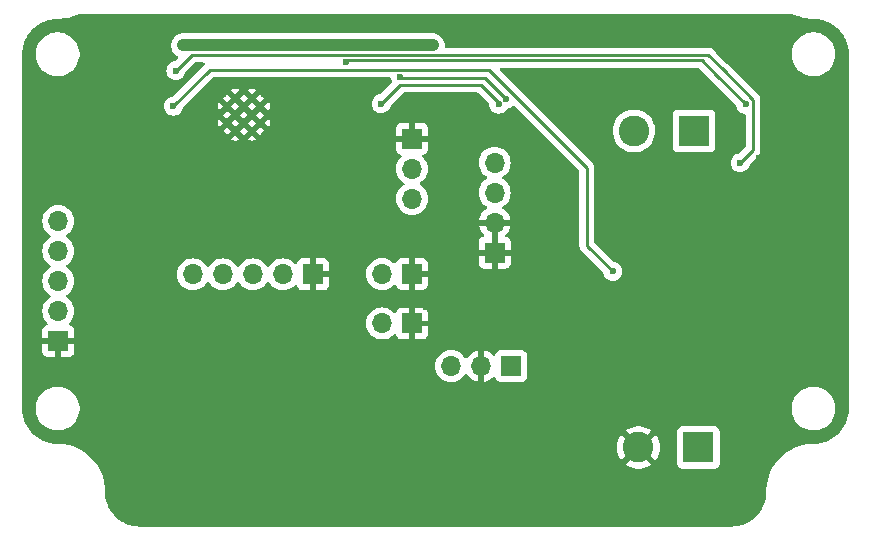
<source format=gbl>
G04 #@! TF.GenerationSoftware,KiCad,Pcbnew,8.0.4*
G04 #@! TF.CreationDate,2024-08-24T09:35:18+02:00*
G04 #@! TF.ProjectId,letitrain,6c657469-7472-4616-996e-2e6b69636164,rev?*
G04 #@! TF.SameCoordinates,Original*
G04 #@! TF.FileFunction,Copper,L2,Bot*
G04 #@! TF.FilePolarity,Positive*
%FSLAX46Y46*%
G04 Gerber Fmt 4.6, Leading zero omitted, Abs format (unit mm)*
G04 Created by KiCad (PCBNEW 8.0.4) date 2024-08-24 09:35:18*
%MOMM*%
%LPD*%
G01*
G04 APERTURE LIST*
G04 #@! TA.AperFunction,ComponentPad*
%ADD10R,2.600000X2.600000*%
G04 #@! TD*
G04 #@! TA.AperFunction,ComponentPad*
%ADD11C,2.600000*%
G04 #@! TD*
G04 #@! TA.AperFunction,ComponentPad*
%ADD12R,1.700000X1.700000*%
G04 #@! TD*
G04 #@! TA.AperFunction,ComponentPad*
%ADD13O,1.700000X1.700000*%
G04 #@! TD*
G04 #@! TA.AperFunction,HeatsinkPad*
%ADD14C,0.600000*%
G04 #@! TD*
G04 #@! TA.AperFunction,ViaPad*
%ADD15C,0.600000*%
G04 #@! TD*
G04 #@! TA.AperFunction,Conductor*
%ADD16C,1.000000*%
G04 #@! TD*
G04 #@! TA.AperFunction,Conductor*
%ADD17C,0.254000*%
G04 #@! TD*
G04 APERTURE END LIST*
D10*
X88880000Y-48500000D03*
D11*
X83800000Y-48500000D03*
D12*
X65010000Y-64800000D03*
D13*
X62470000Y-64800000D03*
D14*
X49350000Y-46420000D03*
X49350000Y-47820000D03*
X50050000Y-45720000D03*
X50050000Y-47120000D03*
X50050000Y-48520000D03*
X50725000Y-46420000D03*
X50725000Y-47820000D03*
X51450000Y-45720000D03*
X51450000Y-47120000D03*
X51450000Y-48520000D03*
X52150000Y-46420000D03*
X52150000Y-47820000D03*
D12*
X65000000Y-49160000D03*
D13*
X65000000Y-51700000D03*
X65000000Y-54240000D03*
D12*
X56600000Y-60640000D03*
D13*
X54060000Y-60640000D03*
X51520000Y-60640000D03*
X48980000Y-60640000D03*
X46440000Y-60640000D03*
D12*
X72000000Y-58800000D03*
D13*
X72000000Y-56260000D03*
X72000000Y-53720000D03*
X72000000Y-51180000D03*
D10*
X89250000Y-75300000D03*
D11*
X84170000Y-75300000D03*
D12*
X35050000Y-66300000D03*
D13*
X35050000Y-63760000D03*
X35050000Y-61220000D03*
X35050000Y-58680000D03*
X35050000Y-56140000D03*
D12*
X65010000Y-60600000D03*
D13*
X62470000Y-60600000D03*
D12*
X73400000Y-68400000D03*
D13*
X70860000Y-68400000D03*
X68320000Y-68400000D03*
D15*
X66765000Y-41240000D03*
X47000000Y-41240000D03*
X65000000Y-41240000D03*
X45600000Y-41240000D03*
X45350000Y-57140000D03*
X80000000Y-50400000D03*
X95800000Y-45200000D03*
X70400000Y-70400000D03*
X81600000Y-67200000D03*
X97200000Y-61000000D03*
X98200000Y-46200000D03*
X94400000Y-63800000D03*
X72000000Y-79600000D03*
X36000000Y-50400000D03*
X38200000Y-57300000D03*
X88500000Y-50750000D03*
X44800000Y-39440000D03*
X95400000Y-51800000D03*
X71200000Y-70400000D03*
X69800000Y-77800000D03*
X40800000Y-80200000D03*
X67200000Y-49140000D03*
X59000000Y-39940000D03*
X71300000Y-47900000D03*
X75800000Y-44000000D03*
X32800000Y-49000000D03*
X81000000Y-49000000D03*
X84000000Y-46000000D03*
X63000000Y-39240000D03*
X92800000Y-80200000D03*
X41450000Y-55040000D03*
X46600000Y-55840000D03*
X72000000Y-63200000D03*
X84200000Y-58000000D03*
X38000000Y-40240000D03*
X67800000Y-79600000D03*
X37200000Y-53200000D03*
X96200000Y-53600000D03*
X91400000Y-47800000D03*
X94400000Y-61000000D03*
X65600000Y-77800000D03*
X67800000Y-76000000D03*
X94400000Y-50800000D03*
X95800000Y-39400000D03*
X94400000Y-58600000D03*
X72000000Y-76000000D03*
X67200000Y-60340000D03*
X74600000Y-77800000D03*
X69800000Y-63200000D03*
X66200000Y-63400000D03*
X84400000Y-69400000D03*
X59000000Y-39240000D03*
X66200000Y-66400000D03*
X36000000Y-47600000D03*
X92000000Y-54200000D03*
X63000000Y-39940000D03*
X58800000Y-54840000D03*
X84400000Y-65200000D03*
X62600000Y-57840000D03*
X59400000Y-42694000D03*
X93250000Y-46250000D03*
X72325556Y-46230267D03*
X62400000Y-46200000D03*
X73000000Y-45800000D03*
X64000000Y-43948000D03*
X44800000Y-46400000D03*
X82000000Y-60400000D03*
X92800000Y-51200000D03*
X45000000Y-43400000D03*
D16*
X66765000Y-41240000D02*
X65000000Y-41240000D01*
X65000000Y-41240000D02*
X47000000Y-41240000D01*
X47000000Y-41240000D02*
X45600000Y-41240000D01*
D17*
X90750000Y-43750000D02*
X89521000Y-42521000D01*
X59679000Y-42521000D02*
X59573000Y-42521000D01*
X59573000Y-42521000D02*
X59400000Y-42694000D01*
X87400000Y-42521000D02*
X59679000Y-42521000D01*
X89521000Y-42521000D02*
X87400000Y-42521000D01*
X90750000Y-43750000D02*
X93250000Y-46250000D01*
X72325556Y-46125556D02*
X72325556Y-46230267D01*
X64000000Y-44600000D02*
X70800000Y-44600000D01*
X70800000Y-44600000D02*
X72325556Y-46125556D01*
X62400000Y-46200000D02*
X64000000Y-44600000D01*
X70400000Y-44000000D02*
X71200000Y-44000000D01*
X64052000Y-44000000D02*
X70400000Y-44000000D01*
X64000000Y-43948000D02*
X64052000Y-44000000D01*
X71200000Y-44000000D02*
X73000000Y-45800000D01*
X79800000Y-53600000D02*
X79800000Y-51600000D01*
X59400000Y-43321000D02*
X47879000Y-43321000D01*
X79800000Y-51600000D02*
X74327000Y-46127000D01*
X79800000Y-53600000D02*
X79800000Y-58200000D01*
X74327000Y-46127000D02*
X71521000Y-43321000D01*
X79800000Y-58200000D02*
X82000000Y-60400000D01*
X71521000Y-43321000D02*
X59400000Y-43321000D01*
X47879000Y-43321000D02*
X44800000Y-46400000D01*
X93877000Y-50123000D02*
X93877000Y-45877000D01*
X91296000Y-43296000D02*
X90067000Y-42067000D01*
X90067000Y-42067000D02*
X63800000Y-42067000D01*
X92800000Y-51200000D02*
X93877000Y-50123000D01*
X63800000Y-42067000D02*
X46333000Y-42067000D01*
X46333000Y-42067000D02*
X45000000Y-43400000D01*
X93877000Y-45877000D02*
X91296000Y-43296000D01*
G04 #@! TA.AperFunction,Conductor*
G36*
X72250000Y-58366988D02*
G01*
X72192993Y-58334075D01*
X72065826Y-58300000D01*
X71934174Y-58300000D01*
X71807007Y-58334075D01*
X71750000Y-58366988D01*
X71750000Y-56693012D01*
X71807007Y-56725925D01*
X71934174Y-56760000D01*
X72065826Y-56760000D01*
X72192993Y-56725925D01*
X72250000Y-56693012D01*
X72250000Y-58366988D01*
G37*
G04 #@! TD.AperFunction*
G04 #@! TA.AperFunction,Conductor*
G36*
X97280885Y-38613000D02*
G01*
X97382382Y-38663539D01*
X97382383Y-38663540D01*
X97382387Y-38663541D01*
X97382388Y-38663542D01*
X97727318Y-38797168D01*
X98083097Y-38898395D01*
X98083097Y-38898396D01*
X98083099Y-38898396D01*
X98083105Y-38898398D01*
X98446715Y-38966369D01*
X98446720Y-38966369D01*
X98446723Y-38966370D01*
X98624262Y-38982821D01*
X98815046Y-39000500D01*
X98934108Y-39000500D01*
X98996754Y-39000500D01*
X99003244Y-39000670D01*
X99307046Y-39016592D01*
X99319953Y-39017949D01*
X99451089Y-39038718D01*
X99617209Y-39065028D01*
X99629896Y-39067724D01*
X99920625Y-39145625D01*
X99932965Y-39149635D01*
X100213938Y-39257490D01*
X100225790Y-39262767D01*
X100493968Y-39399411D01*
X100505199Y-39405896D01*
X100757608Y-39569812D01*
X100768109Y-39577441D01*
X101002010Y-39766850D01*
X101011655Y-39775535D01*
X101224464Y-39988344D01*
X101233149Y-39997989D01*
X101422558Y-40231890D01*
X101430187Y-40242391D01*
X101594101Y-40494796D01*
X101600591Y-40506036D01*
X101737231Y-40774206D01*
X101742510Y-40786064D01*
X101850363Y-41067033D01*
X101854374Y-41079376D01*
X101932273Y-41370097D01*
X101934971Y-41382794D01*
X101982050Y-41680046D01*
X101983407Y-41692953D01*
X101999330Y-41996756D01*
X101999500Y-42003246D01*
X101999500Y-71996753D01*
X101999330Y-72003243D01*
X101983407Y-72307046D01*
X101982050Y-72319953D01*
X101934971Y-72617205D01*
X101932273Y-72629902D01*
X101854374Y-72920623D01*
X101850363Y-72932966D01*
X101742510Y-73213935D01*
X101737231Y-73225793D01*
X101600591Y-73493963D01*
X101594101Y-73505203D01*
X101430187Y-73757608D01*
X101422558Y-73768109D01*
X101233149Y-74002010D01*
X101224464Y-74011655D01*
X101011655Y-74224464D01*
X101002010Y-74233149D01*
X100768109Y-74422558D01*
X100757608Y-74430187D01*
X100505203Y-74594101D01*
X100493963Y-74600591D01*
X100225793Y-74737231D01*
X100213935Y-74742510D01*
X99932966Y-74850363D01*
X99920623Y-74854374D01*
X99629902Y-74932273D01*
X99617205Y-74934971D01*
X99319953Y-74982050D01*
X99307046Y-74983407D01*
X99003244Y-74999330D01*
X98996754Y-74999500D01*
X98815046Y-74999500D01*
X98748417Y-75005674D01*
X98446723Y-75033629D01*
X98446722Y-75033629D01*
X98083097Y-75101603D01*
X98083097Y-75101604D01*
X97727320Y-75202831D01*
X97382387Y-75336458D01*
X97051259Y-75501341D01*
X97051251Y-75501346D01*
X96736759Y-75696070D01*
X96441570Y-75918987D01*
X96441561Y-75918994D01*
X96168198Y-76168198D01*
X95918994Y-76441561D01*
X95918987Y-76441570D01*
X95696070Y-76736759D01*
X95501346Y-77051251D01*
X95501341Y-77051259D01*
X95336458Y-77382387D01*
X95202831Y-77727320D01*
X95101604Y-78083097D01*
X95101603Y-78083097D01*
X95033629Y-78446722D01*
X95033629Y-78446723D01*
X94999500Y-78815048D01*
X94999500Y-78996753D01*
X94999330Y-79003243D01*
X94983407Y-79307046D01*
X94982050Y-79319953D01*
X94934971Y-79617205D01*
X94932273Y-79629902D01*
X94854374Y-79920623D01*
X94850363Y-79932966D01*
X94742510Y-80213935D01*
X94737231Y-80225793D01*
X94600591Y-80493963D01*
X94594101Y-80505203D01*
X94430187Y-80757608D01*
X94422558Y-80768109D01*
X94233149Y-81002010D01*
X94224464Y-81011655D01*
X94011655Y-81224464D01*
X94002010Y-81233149D01*
X93768109Y-81422558D01*
X93757608Y-81430187D01*
X93505203Y-81594101D01*
X93493963Y-81600591D01*
X93225793Y-81737231D01*
X93213935Y-81742510D01*
X92932966Y-81850363D01*
X92920623Y-81854374D01*
X92629902Y-81932273D01*
X92617205Y-81934971D01*
X92319953Y-81982050D01*
X92307046Y-81983407D01*
X92003244Y-81999330D01*
X91996754Y-81999500D01*
X42073575Y-81999500D01*
X42059171Y-81998661D01*
X42058663Y-81998601D01*
X42058662Y-81998601D01*
X42058660Y-81998601D01*
X41997280Y-81999487D01*
X41995491Y-81999500D01*
X41993846Y-81999500D01*
X41989025Y-81999406D01*
X41685171Y-81987583D01*
X41672009Y-81986366D01*
X41373970Y-81942682D01*
X41361014Y-81940071D01*
X41069325Y-81864914D01*
X41056719Y-81860939D01*
X40774676Y-81755157D01*
X40762565Y-81749862D01*
X40493393Y-81614663D01*
X40481914Y-81608109D01*
X40228657Y-81445024D01*
X40217942Y-81437286D01*
X39983486Y-81248173D01*
X39973655Y-81239338D01*
X39760661Y-81026344D01*
X39751826Y-81016513D01*
X39562713Y-80782057D01*
X39554975Y-80771342D01*
X39391890Y-80518085D01*
X39385336Y-80506606D01*
X39268960Y-80274909D01*
X39250133Y-80237426D01*
X39244845Y-80225331D01*
X39139058Y-79943274D01*
X39135085Y-79930674D01*
X39132495Y-79920623D01*
X39059926Y-79638978D01*
X39057317Y-79626029D01*
X39046655Y-79553285D01*
X39013631Y-79327978D01*
X39012417Y-79314839D01*
X39000594Y-79010974D01*
X39000500Y-79006153D01*
X39000500Y-79004509D01*
X39000513Y-79002720D01*
X39000599Y-78996753D01*
X39001399Y-78941338D01*
X39001397Y-78941332D01*
X39001339Y-78940826D01*
X39000500Y-78926424D01*
X39000500Y-78815048D01*
X38966370Y-78446723D01*
X38966370Y-78446722D01*
X38953219Y-78376369D01*
X38898398Y-78083105D01*
X38895552Y-78073104D01*
X38812155Y-77779993D01*
X38797168Y-77727318D01*
X38663542Y-77382388D01*
X38498659Y-77051260D01*
X38303928Y-76736757D01*
X38081008Y-76441564D01*
X37831802Y-76168198D01*
X37558436Y-75918992D01*
X37263243Y-75696072D01*
X36948740Y-75501341D01*
X36617612Y-75336458D01*
X36523490Y-75299995D01*
X82364953Y-75299995D01*
X82364953Y-75300004D01*
X82385113Y-75569026D01*
X82385113Y-75569028D01*
X82445142Y-75832033D01*
X82445148Y-75832052D01*
X82543709Y-76083181D01*
X82543708Y-76083181D01*
X82678602Y-76316822D01*
X82732294Y-76384151D01*
X83530689Y-75585755D01*
X83549668Y-75631574D01*
X83626274Y-75746224D01*
X83723776Y-75843726D01*
X83838426Y-75920332D01*
X83884242Y-75939309D01*
X83084848Y-76738702D01*
X83267483Y-76863220D01*
X83267485Y-76863221D01*
X83510539Y-76980269D01*
X83510537Y-76980269D01*
X83768337Y-77059790D01*
X83768343Y-77059792D01*
X84035101Y-77099999D01*
X84035110Y-77100000D01*
X84304890Y-77100000D01*
X84304898Y-77099999D01*
X84571656Y-77059792D01*
X84571662Y-77059790D01*
X84829461Y-76980269D01*
X85072521Y-76863218D01*
X85255150Y-76738702D01*
X84455757Y-75939309D01*
X84501574Y-75920332D01*
X84616224Y-75843726D01*
X84713726Y-75746224D01*
X84790332Y-75631574D01*
X84809309Y-75585757D01*
X85607703Y-76384151D01*
X85607704Y-76384150D01*
X85661393Y-76316828D01*
X85661400Y-76316817D01*
X85796290Y-76083181D01*
X85894851Y-75832052D01*
X85894857Y-75832033D01*
X85954886Y-75569028D01*
X85954886Y-75569026D01*
X85975047Y-75300004D01*
X85975047Y-75299995D01*
X85954886Y-75030973D01*
X85954886Y-75030971D01*
X85894857Y-74767966D01*
X85894851Y-74767947D01*
X85796290Y-74516818D01*
X85796291Y-74516818D01*
X85661397Y-74283177D01*
X85607704Y-74215847D01*
X84809309Y-75014242D01*
X84790332Y-74968426D01*
X84713726Y-74853776D01*
X84616224Y-74756274D01*
X84501574Y-74679668D01*
X84455757Y-74660690D01*
X85164311Y-73952135D01*
X87449500Y-73952135D01*
X87449500Y-76647870D01*
X87449501Y-76647876D01*
X87455908Y-76707483D01*
X87506202Y-76842328D01*
X87506206Y-76842335D01*
X87592452Y-76957544D01*
X87592455Y-76957547D01*
X87707664Y-77043793D01*
X87707671Y-77043797D01*
X87842517Y-77094091D01*
X87842516Y-77094091D01*
X87849444Y-77094835D01*
X87902127Y-77100500D01*
X90597872Y-77100499D01*
X90657483Y-77094091D01*
X90792331Y-77043796D01*
X90907546Y-76957546D01*
X90993796Y-76842331D01*
X91044091Y-76707483D01*
X91050500Y-76647873D01*
X91050499Y-73952128D01*
X91044091Y-73892517D01*
X91032446Y-73861296D01*
X90993797Y-73757671D01*
X90993793Y-73757664D01*
X90907547Y-73642455D01*
X90907544Y-73642452D01*
X90792335Y-73556206D01*
X90792328Y-73556202D01*
X90657482Y-73505908D01*
X90657483Y-73505908D01*
X90597883Y-73499501D01*
X90597881Y-73499500D01*
X90597873Y-73499500D01*
X90597864Y-73499500D01*
X87902129Y-73499500D01*
X87902123Y-73499501D01*
X87842516Y-73505908D01*
X87707671Y-73556202D01*
X87707664Y-73556206D01*
X87592455Y-73642452D01*
X87592452Y-73642455D01*
X87506206Y-73757664D01*
X87506202Y-73757671D01*
X87455908Y-73892517D01*
X87449864Y-73948740D01*
X87449501Y-73952123D01*
X87449500Y-73952135D01*
X85164311Y-73952135D01*
X85255150Y-73861296D01*
X85072517Y-73736779D01*
X85072516Y-73736778D01*
X84829460Y-73619730D01*
X84829462Y-73619730D01*
X84571662Y-73540209D01*
X84571656Y-73540207D01*
X84304898Y-73500000D01*
X84035101Y-73500000D01*
X83768343Y-73540207D01*
X83768337Y-73540209D01*
X83510538Y-73619730D01*
X83267485Y-73736778D01*
X83267476Y-73736783D01*
X83084848Y-73861296D01*
X83884242Y-74660690D01*
X83838426Y-74679668D01*
X83723776Y-74756274D01*
X83626274Y-74853776D01*
X83549668Y-74968426D01*
X83530690Y-75014243D01*
X82732295Y-74215848D01*
X82678600Y-74283180D01*
X82543709Y-74516818D01*
X82445148Y-74767947D01*
X82445142Y-74767966D01*
X82385113Y-75030971D01*
X82385113Y-75030973D01*
X82364953Y-75299995D01*
X36523490Y-75299995D01*
X36272682Y-75202832D01*
X36272680Y-75202831D01*
X36272679Y-75202831D01*
X35916902Y-75101604D01*
X35916902Y-75101603D01*
X35553276Y-75033629D01*
X35255858Y-75006070D01*
X35184954Y-74999500D01*
X35184951Y-74999500D01*
X35003246Y-74999500D01*
X34996756Y-74999330D01*
X34692953Y-74983407D01*
X34680046Y-74982050D01*
X34382794Y-74934971D01*
X34370097Y-74932273D01*
X34079376Y-74854374D01*
X34067033Y-74850363D01*
X33786064Y-74742510D01*
X33774206Y-74737231D01*
X33506036Y-74600591D01*
X33494796Y-74594101D01*
X33242391Y-74430187D01*
X33231890Y-74422558D01*
X32997989Y-74233149D01*
X32988344Y-74224464D01*
X32775535Y-74011655D01*
X32766850Y-74002010D01*
X32577441Y-73768109D01*
X32569812Y-73757608D01*
X32556288Y-73736783D01*
X32405896Y-73505199D01*
X32399408Y-73493963D01*
X32262768Y-73225793D01*
X32257489Y-73213935D01*
X32186994Y-73030289D01*
X32149635Y-72932965D01*
X32145625Y-72920623D01*
X32144626Y-72916895D01*
X32067724Y-72629896D01*
X32065028Y-72617205D01*
X32061685Y-72596100D01*
X32017949Y-72319953D01*
X32016592Y-72307046D01*
X32000670Y-72003243D01*
X32000500Y-71996753D01*
X32000500Y-71878711D01*
X33149500Y-71878711D01*
X33149500Y-72121288D01*
X33181161Y-72361785D01*
X33243947Y-72596104D01*
X33257947Y-72629902D01*
X33336776Y-72820212D01*
X33458064Y-73030289D01*
X33458066Y-73030292D01*
X33458067Y-73030293D01*
X33605733Y-73222736D01*
X33605739Y-73222743D01*
X33777256Y-73394260D01*
X33777262Y-73394265D01*
X33969711Y-73541936D01*
X34179788Y-73663224D01*
X34403900Y-73756054D01*
X34638211Y-73818838D01*
X34818586Y-73842584D01*
X34878711Y-73850500D01*
X34878712Y-73850500D01*
X35121289Y-73850500D01*
X35169388Y-73844167D01*
X35361789Y-73818838D01*
X35596100Y-73756054D01*
X35820212Y-73663224D01*
X36030289Y-73541936D01*
X36222738Y-73394265D01*
X36394265Y-73222738D01*
X36541936Y-73030289D01*
X36663224Y-72820212D01*
X36756054Y-72596100D01*
X36818838Y-72361789D01*
X36850500Y-72121288D01*
X36850500Y-71878712D01*
X36850500Y-71878711D01*
X97149500Y-71878711D01*
X97149500Y-72121288D01*
X97181161Y-72361785D01*
X97243947Y-72596104D01*
X97257947Y-72629902D01*
X97336776Y-72820212D01*
X97458064Y-73030289D01*
X97458066Y-73030292D01*
X97458067Y-73030293D01*
X97605733Y-73222736D01*
X97605739Y-73222743D01*
X97777256Y-73394260D01*
X97777262Y-73394265D01*
X97969711Y-73541936D01*
X98179788Y-73663224D01*
X98403900Y-73756054D01*
X98638211Y-73818838D01*
X98818586Y-73842584D01*
X98878711Y-73850500D01*
X98878712Y-73850500D01*
X99121289Y-73850500D01*
X99169388Y-73844167D01*
X99361789Y-73818838D01*
X99596100Y-73756054D01*
X99820212Y-73663224D01*
X100030289Y-73541936D01*
X100222738Y-73394265D01*
X100394265Y-73222738D01*
X100541936Y-73030289D01*
X100663224Y-72820212D01*
X100756054Y-72596100D01*
X100818838Y-72361789D01*
X100850500Y-72121288D01*
X100850500Y-71878712D01*
X100818838Y-71638211D01*
X100756054Y-71403900D01*
X100663224Y-71179788D01*
X100541936Y-70969711D01*
X100394265Y-70777262D01*
X100394260Y-70777256D01*
X100222743Y-70605739D01*
X100222736Y-70605733D01*
X100030293Y-70458067D01*
X100030292Y-70458066D01*
X100030289Y-70458064D01*
X99820212Y-70336776D01*
X99820205Y-70336773D01*
X99596104Y-70243947D01*
X99361785Y-70181161D01*
X99121289Y-70149500D01*
X99121288Y-70149500D01*
X98878712Y-70149500D01*
X98878711Y-70149500D01*
X98638214Y-70181161D01*
X98403895Y-70243947D01*
X98179794Y-70336773D01*
X98179785Y-70336777D01*
X97969706Y-70458067D01*
X97777263Y-70605733D01*
X97777256Y-70605739D01*
X97605739Y-70777256D01*
X97605733Y-70777263D01*
X97458067Y-70969706D01*
X97336777Y-71179785D01*
X97336773Y-71179794D01*
X97243947Y-71403895D01*
X97181161Y-71638214D01*
X97149500Y-71878711D01*
X36850500Y-71878711D01*
X36818838Y-71638211D01*
X36756054Y-71403900D01*
X36663224Y-71179788D01*
X36541936Y-70969711D01*
X36394265Y-70777262D01*
X36394260Y-70777256D01*
X36222743Y-70605739D01*
X36222736Y-70605733D01*
X36030293Y-70458067D01*
X36030292Y-70458066D01*
X36030289Y-70458064D01*
X35820212Y-70336776D01*
X35820205Y-70336773D01*
X35596104Y-70243947D01*
X35361785Y-70181161D01*
X35121289Y-70149500D01*
X35121288Y-70149500D01*
X34878712Y-70149500D01*
X34878711Y-70149500D01*
X34638214Y-70181161D01*
X34403895Y-70243947D01*
X34179794Y-70336773D01*
X34179785Y-70336777D01*
X33969706Y-70458067D01*
X33777263Y-70605733D01*
X33777256Y-70605739D01*
X33605739Y-70777256D01*
X33605733Y-70777263D01*
X33458067Y-70969706D01*
X33336777Y-71179785D01*
X33336773Y-71179794D01*
X33243947Y-71403895D01*
X33181161Y-71638214D01*
X33149500Y-71878711D01*
X32000500Y-71878711D01*
X32000500Y-68399999D01*
X66964341Y-68399999D01*
X66964341Y-68400000D01*
X66984936Y-68635403D01*
X66984938Y-68635413D01*
X67046094Y-68863655D01*
X67046096Y-68863659D01*
X67046097Y-68863663D01*
X67129155Y-69041781D01*
X67145965Y-69077830D01*
X67145967Y-69077834D01*
X67254281Y-69232521D01*
X67281505Y-69271401D01*
X67448599Y-69438495D01*
X67545384Y-69506265D01*
X67642165Y-69574032D01*
X67642167Y-69574033D01*
X67642170Y-69574035D01*
X67856337Y-69673903D01*
X68084592Y-69735063D01*
X68261034Y-69750500D01*
X68319999Y-69755659D01*
X68320000Y-69755659D01*
X68320001Y-69755659D01*
X68378966Y-69750500D01*
X68555408Y-69735063D01*
X68783663Y-69673903D01*
X68997830Y-69574035D01*
X69191401Y-69438495D01*
X69358495Y-69271401D01*
X69488730Y-69085405D01*
X69543307Y-69041781D01*
X69612805Y-69034587D01*
X69675160Y-69066110D01*
X69691879Y-69085405D01*
X69821890Y-69271078D01*
X69988917Y-69438105D01*
X70182421Y-69573600D01*
X70396507Y-69673429D01*
X70396516Y-69673433D01*
X70610000Y-69730634D01*
X70610000Y-68833012D01*
X70667007Y-68865925D01*
X70794174Y-68900000D01*
X70925826Y-68900000D01*
X71052993Y-68865925D01*
X71110000Y-68833012D01*
X71110000Y-69730633D01*
X71323483Y-69673433D01*
X71323492Y-69673429D01*
X71537578Y-69573600D01*
X71731078Y-69438108D01*
X71853133Y-69316053D01*
X71914456Y-69282568D01*
X71984148Y-69287552D01*
X72040082Y-69329423D01*
X72056997Y-69360401D01*
X72106202Y-69492328D01*
X72106206Y-69492335D01*
X72192452Y-69607544D01*
X72192455Y-69607547D01*
X72307664Y-69693793D01*
X72307671Y-69693797D01*
X72442517Y-69744091D01*
X72442516Y-69744091D01*
X72449444Y-69744835D01*
X72502127Y-69750500D01*
X74297872Y-69750499D01*
X74357483Y-69744091D01*
X74492331Y-69693796D01*
X74607546Y-69607546D01*
X74693796Y-69492331D01*
X74744091Y-69357483D01*
X74750500Y-69297873D01*
X74750499Y-67502128D01*
X74744091Y-67442517D01*
X74743002Y-67439598D01*
X74693797Y-67307671D01*
X74693793Y-67307664D01*
X74607547Y-67192455D01*
X74607544Y-67192452D01*
X74492335Y-67106206D01*
X74492328Y-67106202D01*
X74357482Y-67055908D01*
X74357483Y-67055908D01*
X74297883Y-67049501D01*
X74297881Y-67049500D01*
X74297873Y-67049500D01*
X74297864Y-67049500D01*
X72502129Y-67049500D01*
X72502123Y-67049501D01*
X72442516Y-67055908D01*
X72307671Y-67106202D01*
X72307664Y-67106206D01*
X72192455Y-67192452D01*
X72192452Y-67192455D01*
X72106206Y-67307664D01*
X72106202Y-67307671D01*
X72056997Y-67439598D01*
X72015126Y-67495532D01*
X71949661Y-67519949D01*
X71881388Y-67505097D01*
X71853134Y-67483946D01*
X71731082Y-67361894D01*
X71537578Y-67226399D01*
X71323492Y-67126570D01*
X71323486Y-67126567D01*
X71110000Y-67069364D01*
X71110000Y-67966988D01*
X71052993Y-67934075D01*
X70925826Y-67900000D01*
X70794174Y-67900000D01*
X70667007Y-67934075D01*
X70610000Y-67966988D01*
X70610000Y-67069364D01*
X70609999Y-67069364D01*
X70396513Y-67126567D01*
X70396507Y-67126570D01*
X70182422Y-67226399D01*
X70182420Y-67226400D01*
X69988926Y-67361886D01*
X69988920Y-67361891D01*
X69821891Y-67528920D01*
X69821890Y-67528922D01*
X69691880Y-67714595D01*
X69637303Y-67758219D01*
X69567804Y-67765412D01*
X69505450Y-67733890D01*
X69488730Y-67714594D01*
X69358494Y-67528597D01*
X69191402Y-67361506D01*
X69191395Y-67361501D01*
X68997834Y-67225967D01*
X68997830Y-67225965D01*
X68937488Y-67197827D01*
X68783663Y-67126097D01*
X68783659Y-67126096D01*
X68783655Y-67126094D01*
X68555413Y-67064938D01*
X68555403Y-67064936D01*
X68320001Y-67044341D01*
X68319999Y-67044341D01*
X68084596Y-67064936D01*
X68084586Y-67064938D01*
X67856344Y-67126094D01*
X67856335Y-67126098D01*
X67642171Y-67225964D01*
X67642169Y-67225965D01*
X67448597Y-67361505D01*
X67281505Y-67528597D01*
X67145965Y-67722169D01*
X67145964Y-67722171D01*
X67046098Y-67936335D01*
X67046094Y-67936344D01*
X66984938Y-68164586D01*
X66984936Y-68164596D01*
X66964341Y-68399999D01*
X32000500Y-68399999D01*
X32000500Y-56139999D01*
X33694341Y-56139999D01*
X33694341Y-56140000D01*
X33714936Y-56375403D01*
X33714938Y-56375413D01*
X33776094Y-56603655D01*
X33776096Y-56603659D01*
X33776097Y-56603663D01*
X33833109Y-56725925D01*
X33875965Y-56817830D01*
X33875967Y-56817834D01*
X34011501Y-57011395D01*
X34011506Y-57011402D01*
X34178597Y-57178493D01*
X34178603Y-57178498D01*
X34364158Y-57308425D01*
X34407783Y-57363002D01*
X34414977Y-57432500D01*
X34383454Y-57494855D01*
X34364158Y-57511575D01*
X34178597Y-57641505D01*
X34011505Y-57808597D01*
X33875965Y-58002169D01*
X33875964Y-58002171D01*
X33776098Y-58216335D01*
X33776094Y-58216344D01*
X33714938Y-58444586D01*
X33714936Y-58444596D01*
X33694341Y-58679999D01*
X33694341Y-58680000D01*
X33714936Y-58915403D01*
X33714938Y-58915413D01*
X33776094Y-59143655D01*
X33776096Y-59143659D01*
X33776097Y-59143663D01*
X33844335Y-59290000D01*
X33875965Y-59357830D01*
X33875967Y-59357834D01*
X34011501Y-59551395D01*
X34011506Y-59551402D01*
X34178597Y-59718493D01*
X34178603Y-59718498D01*
X34364158Y-59848425D01*
X34407783Y-59903002D01*
X34414977Y-59972500D01*
X34383454Y-60034855D01*
X34364158Y-60051575D01*
X34178597Y-60181505D01*
X34011505Y-60348597D01*
X33875965Y-60542169D01*
X33875964Y-60542171D01*
X33776098Y-60756335D01*
X33776094Y-60756344D01*
X33714938Y-60984586D01*
X33714936Y-60984596D01*
X33694341Y-61219999D01*
X33694341Y-61220000D01*
X33714936Y-61455403D01*
X33714938Y-61455413D01*
X33776094Y-61683655D01*
X33776096Y-61683659D01*
X33776097Y-61683663D01*
X33833699Y-61807190D01*
X33875965Y-61897830D01*
X33875967Y-61897834D01*
X34011501Y-62091395D01*
X34011506Y-62091402D01*
X34178597Y-62258493D01*
X34178603Y-62258498D01*
X34364158Y-62388425D01*
X34407783Y-62443002D01*
X34414977Y-62512500D01*
X34383454Y-62574855D01*
X34364158Y-62591575D01*
X34178597Y-62721505D01*
X34011505Y-62888597D01*
X33875965Y-63082169D01*
X33875964Y-63082171D01*
X33776098Y-63296335D01*
X33776094Y-63296344D01*
X33714938Y-63524586D01*
X33714936Y-63524596D01*
X33694341Y-63759999D01*
X33694341Y-63760000D01*
X33714936Y-63995403D01*
X33714938Y-63995413D01*
X33776094Y-64223655D01*
X33776096Y-64223659D01*
X33776097Y-64223663D01*
X33811694Y-64300000D01*
X33875965Y-64437830D01*
X33875967Y-64437834D01*
X33984281Y-64592521D01*
X34011501Y-64631396D01*
X34011506Y-64631402D01*
X34133818Y-64753714D01*
X34167303Y-64815037D01*
X34162319Y-64884729D01*
X34120447Y-64940662D01*
X34089471Y-64957577D01*
X33957912Y-65006646D01*
X33957906Y-65006649D01*
X33842812Y-65092809D01*
X33842809Y-65092812D01*
X33756649Y-65207906D01*
X33756645Y-65207913D01*
X33706403Y-65342620D01*
X33706401Y-65342627D01*
X33700000Y-65402155D01*
X33700000Y-66050000D01*
X34616988Y-66050000D01*
X34584075Y-66107007D01*
X34550000Y-66234174D01*
X34550000Y-66365826D01*
X34584075Y-66492993D01*
X34616988Y-66550000D01*
X33700000Y-66550000D01*
X33700000Y-67197844D01*
X33706401Y-67257372D01*
X33706403Y-67257379D01*
X33756645Y-67392086D01*
X33756649Y-67392093D01*
X33842809Y-67507187D01*
X33842812Y-67507190D01*
X33957906Y-67593350D01*
X33957913Y-67593354D01*
X34092620Y-67643596D01*
X34092627Y-67643598D01*
X34152155Y-67649999D01*
X34152172Y-67650000D01*
X34800000Y-67650000D01*
X34800000Y-66733012D01*
X34857007Y-66765925D01*
X34984174Y-66800000D01*
X35115826Y-66800000D01*
X35242993Y-66765925D01*
X35300000Y-66733012D01*
X35300000Y-67650000D01*
X35947828Y-67650000D01*
X35947844Y-67649999D01*
X36007372Y-67643598D01*
X36007379Y-67643596D01*
X36142086Y-67593354D01*
X36142093Y-67593350D01*
X36257187Y-67507190D01*
X36257190Y-67507187D01*
X36343350Y-67392093D01*
X36343354Y-67392086D01*
X36393596Y-67257379D01*
X36393598Y-67257372D01*
X36399999Y-67197844D01*
X36400000Y-67197827D01*
X36400000Y-66550000D01*
X35483012Y-66550000D01*
X35515925Y-66492993D01*
X35550000Y-66365826D01*
X35550000Y-66234174D01*
X35515925Y-66107007D01*
X35483012Y-66050000D01*
X36400000Y-66050000D01*
X36400000Y-65402172D01*
X36399999Y-65402155D01*
X36393598Y-65342627D01*
X36393596Y-65342620D01*
X36343354Y-65207913D01*
X36343350Y-65207906D01*
X36257190Y-65092812D01*
X36257187Y-65092809D01*
X36142093Y-65006649D01*
X36142088Y-65006646D01*
X36010528Y-64957577D01*
X35954595Y-64915705D01*
X35930178Y-64850241D01*
X35941108Y-64799999D01*
X61114341Y-64799999D01*
X61114341Y-64800000D01*
X61134936Y-65035403D01*
X61134938Y-65035413D01*
X61196094Y-65263655D01*
X61196096Y-65263659D01*
X61196097Y-65263663D01*
X61232919Y-65342627D01*
X61295965Y-65477830D01*
X61295967Y-65477834D01*
X61404281Y-65632521D01*
X61431505Y-65671401D01*
X61598599Y-65838495D01*
X61675135Y-65892086D01*
X61792165Y-65974032D01*
X61792167Y-65974033D01*
X61792170Y-65974035D01*
X62006337Y-66073903D01*
X62234592Y-66135063D01*
X62405319Y-66150000D01*
X62469999Y-66155659D01*
X62470000Y-66155659D01*
X62470001Y-66155659D01*
X62534681Y-66150000D01*
X62705408Y-66135063D01*
X62933663Y-66073903D01*
X63147830Y-65974035D01*
X63341401Y-65838495D01*
X63463717Y-65716178D01*
X63525036Y-65682696D01*
X63594728Y-65687680D01*
X63650662Y-65729551D01*
X63667577Y-65760528D01*
X63716646Y-65892088D01*
X63716649Y-65892093D01*
X63802809Y-66007187D01*
X63802812Y-66007190D01*
X63917906Y-66093350D01*
X63917913Y-66093354D01*
X64052620Y-66143596D01*
X64052627Y-66143598D01*
X64112155Y-66149999D01*
X64112172Y-66150000D01*
X64760000Y-66150000D01*
X64760000Y-65233012D01*
X64817007Y-65265925D01*
X64944174Y-65300000D01*
X65075826Y-65300000D01*
X65202993Y-65265925D01*
X65260000Y-65233012D01*
X65260000Y-66150000D01*
X65907828Y-66150000D01*
X65907844Y-66149999D01*
X65967372Y-66143598D01*
X65967379Y-66143596D01*
X66102086Y-66093354D01*
X66102093Y-66093350D01*
X66217187Y-66007190D01*
X66217190Y-66007187D01*
X66303350Y-65892093D01*
X66303354Y-65892086D01*
X66353596Y-65757379D01*
X66353598Y-65757372D01*
X66359999Y-65697844D01*
X66360000Y-65697827D01*
X66360000Y-65050000D01*
X65443012Y-65050000D01*
X65475925Y-64992993D01*
X65510000Y-64865826D01*
X65510000Y-64734174D01*
X65475925Y-64607007D01*
X65443012Y-64550000D01*
X66360000Y-64550000D01*
X66360000Y-63902172D01*
X66359999Y-63902155D01*
X66353598Y-63842627D01*
X66353596Y-63842620D01*
X66303354Y-63707913D01*
X66303350Y-63707906D01*
X66217190Y-63592812D01*
X66217187Y-63592809D01*
X66102093Y-63506649D01*
X66102086Y-63506645D01*
X65967379Y-63456403D01*
X65967372Y-63456401D01*
X65907844Y-63450000D01*
X65260000Y-63450000D01*
X65260000Y-64366988D01*
X65202993Y-64334075D01*
X65075826Y-64300000D01*
X64944174Y-64300000D01*
X64817007Y-64334075D01*
X64760000Y-64366988D01*
X64760000Y-63450000D01*
X64112155Y-63450000D01*
X64052627Y-63456401D01*
X64052620Y-63456403D01*
X63917913Y-63506645D01*
X63917906Y-63506649D01*
X63802812Y-63592809D01*
X63802809Y-63592812D01*
X63716649Y-63707906D01*
X63716645Y-63707913D01*
X63667578Y-63839470D01*
X63625707Y-63895404D01*
X63560242Y-63919821D01*
X63491969Y-63904969D01*
X63463715Y-63883819D01*
X63419366Y-63839470D01*
X63341401Y-63761505D01*
X63341397Y-63761502D01*
X63341396Y-63761501D01*
X63147834Y-63625967D01*
X63147830Y-63625965D01*
X63076727Y-63592809D01*
X62933663Y-63526097D01*
X62933659Y-63526096D01*
X62933655Y-63526094D01*
X62705413Y-63464938D01*
X62705403Y-63464936D01*
X62470001Y-63444341D01*
X62469999Y-63444341D01*
X62234596Y-63464936D01*
X62234586Y-63464938D01*
X62006344Y-63526094D01*
X62006335Y-63526098D01*
X61792171Y-63625964D01*
X61792169Y-63625965D01*
X61598597Y-63761505D01*
X61431505Y-63928597D01*
X61295965Y-64122169D01*
X61295964Y-64122171D01*
X61196098Y-64336335D01*
X61196094Y-64336344D01*
X61134938Y-64564586D01*
X61134936Y-64564596D01*
X61114341Y-64799999D01*
X35941108Y-64799999D01*
X35945030Y-64781968D01*
X35966175Y-64753720D01*
X36088495Y-64631401D01*
X36224035Y-64437830D01*
X36323903Y-64223663D01*
X36385063Y-63995408D01*
X36405659Y-63760000D01*
X36385063Y-63524592D01*
X36323903Y-63296337D01*
X36224035Y-63082171D01*
X36088495Y-62888599D01*
X36088494Y-62888597D01*
X35921402Y-62721506D01*
X35921396Y-62721501D01*
X35735842Y-62591575D01*
X35692217Y-62536998D01*
X35685023Y-62467500D01*
X35716546Y-62405145D01*
X35735842Y-62388425D01*
X35758026Y-62372891D01*
X35921401Y-62258495D01*
X36088495Y-62091401D01*
X36224035Y-61897830D01*
X36323903Y-61683663D01*
X36385063Y-61455408D01*
X36405659Y-61220000D01*
X36385063Y-60984592D01*
X36323903Y-60756337D01*
X36269653Y-60639999D01*
X45084341Y-60639999D01*
X45084341Y-60640000D01*
X45104936Y-60875403D01*
X45104938Y-60875413D01*
X45166094Y-61103655D01*
X45166096Y-61103659D01*
X45166097Y-61103663D01*
X45213615Y-61205565D01*
X45265965Y-61317830D01*
X45265967Y-61317834D01*
X45362295Y-61455403D01*
X45401505Y-61511401D01*
X45568599Y-61678495D01*
X45645135Y-61732086D01*
X45762165Y-61814032D01*
X45762167Y-61814033D01*
X45762170Y-61814035D01*
X45976337Y-61913903D01*
X46204592Y-61975063D01*
X46375319Y-61990000D01*
X46439999Y-61995659D01*
X46440000Y-61995659D01*
X46440001Y-61995659D01*
X46504681Y-61990000D01*
X46675408Y-61975063D01*
X46903663Y-61913903D01*
X47117830Y-61814035D01*
X47311401Y-61678495D01*
X47478495Y-61511401D01*
X47608425Y-61325842D01*
X47663002Y-61282217D01*
X47732500Y-61275023D01*
X47794855Y-61306546D01*
X47811575Y-61325842D01*
X47941500Y-61511395D01*
X47941505Y-61511401D01*
X48108599Y-61678495D01*
X48185135Y-61732086D01*
X48302165Y-61814032D01*
X48302167Y-61814033D01*
X48302170Y-61814035D01*
X48516337Y-61913903D01*
X48744592Y-61975063D01*
X48915319Y-61990000D01*
X48979999Y-61995659D01*
X48980000Y-61995659D01*
X48980001Y-61995659D01*
X49044681Y-61990000D01*
X49215408Y-61975063D01*
X49443663Y-61913903D01*
X49657830Y-61814035D01*
X49851401Y-61678495D01*
X50018495Y-61511401D01*
X50148425Y-61325842D01*
X50203002Y-61282217D01*
X50272500Y-61275023D01*
X50334855Y-61306546D01*
X50351575Y-61325842D01*
X50481500Y-61511395D01*
X50481505Y-61511401D01*
X50648599Y-61678495D01*
X50725135Y-61732086D01*
X50842165Y-61814032D01*
X50842167Y-61814033D01*
X50842170Y-61814035D01*
X51056337Y-61913903D01*
X51284592Y-61975063D01*
X51455319Y-61990000D01*
X51519999Y-61995659D01*
X51520000Y-61995659D01*
X51520001Y-61995659D01*
X51584681Y-61990000D01*
X51755408Y-61975063D01*
X51983663Y-61913903D01*
X52197830Y-61814035D01*
X52391401Y-61678495D01*
X52558495Y-61511401D01*
X52688425Y-61325842D01*
X52743002Y-61282217D01*
X52812500Y-61275023D01*
X52874855Y-61306546D01*
X52891575Y-61325842D01*
X53021500Y-61511395D01*
X53021505Y-61511401D01*
X53188599Y-61678495D01*
X53265135Y-61732086D01*
X53382165Y-61814032D01*
X53382167Y-61814033D01*
X53382170Y-61814035D01*
X53596337Y-61913903D01*
X53824592Y-61975063D01*
X53995319Y-61990000D01*
X54059999Y-61995659D01*
X54060000Y-61995659D01*
X54060001Y-61995659D01*
X54124681Y-61990000D01*
X54295408Y-61975063D01*
X54523663Y-61913903D01*
X54737830Y-61814035D01*
X54931401Y-61678495D01*
X55053717Y-61556178D01*
X55115036Y-61522696D01*
X55184728Y-61527680D01*
X55240662Y-61569551D01*
X55257577Y-61600528D01*
X55306646Y-61732088D01*
X55306649Y-61732093D01*
X55392809Y-61847187D01*
X55392812Y-61847190D01*
X55507906Y-61933350D01*
X55507913Y-61933354D01*
X55642620Y-61983596D01*
X55642627Y-61983598D01*
X55702155Y-61989999D01*
X55702172Y-61990000D01*
X56350000Y-61990000D01*
X56350000Y-61073012D01*
X56407007Y-61105925D01*
X56534174Y-61140000D01*
X56665826Y-61140000D01*
X56792993Y-61105925D01*
X56850000Y-61073012D01*
X56850000Y-61990000D01*
X57497828Y-61990000D01*
X57497844Y-61989999D01*
X57557372Y-61983598D01*
X57557379Y-61983596D01*
X57692086Y-61933354D01*
X57692093Y-61933350D01*
X57807187Y-61847190D01*
X57807190Y-61847187D01*
X57893350Y-61732093D01*
X57893354Y-61732086D01*
X57943596Y-61597379D01*
X57943598Y-61597372D01*
X57949999Y-61537844D01*
X57950000Y-61537827D01*
X57950000Y-60890000D01*
X57033012Y-60890000D01*
X57065925Y-60832993D01*
X57100000Y-60705826D01*
X57100000Y-60599999D01*
X61114341Y-60599999D01*
X61114341Y-60600000D01*
X61134936Y-60835403D01*
X61134938Y-60835413D01*
X61196094Y-61063655D01*
X61196096Y-61063659D01*
X61196097Y-61063663D01*
X61225067Y-61125789D01*
X61295965Y-61277830D01*
X61295967Y-61277834D01*
X61316072Y-61306546D01*
X61431505Y-61471401D01*
X61598599Y-61638495D01*
X61655722Y-61678493D01*
X61792165Y-61774032D01*
X61792167Y-61774033D01*
X61792170Y-61774035D01*
X62006337Y-61873903D01*
X62234592Y-61935063D01*
X62405319Y-61950000D01*
X62469999Y-61955659D01*
X62470000Y-61955659D01*
X62470001Y-61955659D01*
X62534681Y-61950000D01*
X62705408Y-61935063D01*
X62933663Y-61873903D01*
X63147830Y-61774035D01*
X63341401Y-61638495D01*
X63463717Y-61516178D01*
X63525036Y-61482696D01*
X63594728Y-61487680D01*
X63650662Y-61529551D01*
X63667577Y-61560528D01*
X63716646Y-61692088D01*
X63716649Y-61692093D01*
X63802809Y-61807187D01*
X63802812Y-61807190D01*
X63917906Y-61893350D01*
X63917913Y-61893354D01*
X64052620Y-61943596D01*
X64052627Y-61943598D01*
X64112155Y-61949999D01*
X64112172Y-61950000D01*
X64760000Y-61950000D01*
X64760000Y-61033012D01*
X64817007Y-61065925D01*
X64944174Y-61100000D01*
X65075826Y-61100000D01*
X65202993Y-61065925D01*
X65260000Y-61033012D01*
X65260000Y-61950000D01*
X65907828Y-61950000D01*
X65907844Y-61949999D01*
X65967372Y-61943598D01*
X65967379Y-61943596D01*
X66102086Y-61893354D01*
X66102093Y-61893350D01*
X66217187Y-61807190D01*
X66217190Y-61807187D01*
X66303350Y-61692093D01*
X66303354Y-61692086D01*
X66353596Y-61557379D01*
X66353598Y-61557372D01*
X66359999Y-61497844D01*
X66360000Y-61497827D01*
X66360000Y-60850000D01*
X65443012Y-60850000D01*
X65475925Y-60792993D01*
X65510000Y-60665826D01*
X65510000Y-60534174D01*
X65475925Y-60407007D01*
X65443012Y-60350000D01*
X66360000Y-60350000D01*
X66360000Y-59702172D01*
X66359999Y-59702155D01*
X66353598Y-59642627D01*
X66353596Y-59642620D01*
X66303354Y-59507913D01*
X66303350Y-59507906D01*
X66217190Y-59392812D01*
X66217187Y-59392809D01*
X66102093Y-59306649D01*
X66102086Y-59306645D01*
X65967379Y-59256403D01*
X65967372Y-59256401D01*
X65907844Y-59250000D01*
X65260000Y-59250000D01*
X65260000Y-60166988D01*
X65202993Y-60134075D01*
X65075826Y-60100000D01*
X64944174Y-60100000D01*
X64817007Y-60134075D01*
X64760000Y-60166988D01*
X64760000Y-59250000D01*
X64112155Y-59250000D01*
X64052627Y-59256401D01*
X64052620Y-59256403D01*
X63917913Y-59306645D01*
X63917906Y-59306649D01*
X63802812Y-59392809D01*
X63802809Y-59392812D01*
X63716649Y-59507906D01*
X63716645Y-59507913D01*
X63667578Y-59639470D01*
X63625707Y-59695404D01*
X63560242Y-59719821D01*
X63491969Y-59704969D01*
X63463715Y-59683819D01*
X63419366Y-59639470D01*
X63341401Y-59561505D01*
X63341397Y-59561502D01*
X63341396Y-59561501D01*
X63147834Y-59425967D01*
X63147830Y-59425965D01*
X63076727Y-59392809D01*
X62933663Y-59326097D01*
X62933659Y-59326096D01*
X62933655Y-59326094D01*
X62705413Y-59264938D01*
X62705403Y-59264936D01*
X62470001Y-59244341D01*
X62469999Y-59244341D01*
X62234596Y-59264936D01*
X62234586Y-59264938D01*
X62006344Y-59326094D01*
X62006335Y-59326098D01*
X61792171Y-59425964D01*
X61792169Y-59425965D01*
X61598597Y-59561505D01*
X61431505Y-59728597D01*
X61295965Y-59922169D01*
X61295964Y-59922171D01*
X61196098Y-60136335D01*
X61196094Y-60136344D01*
X61134938Y-60364586D01*
X61134936Y-60364596D01*
X61114341Y-60599999D01*
X57100000Y-60599999D01*
X57100000Y-60574174D01*
X57065925Y-60447007D01*
X57033012Y-60390000D01*
X57950000Y-60390000D01*
X57950000Y-59742172D01*
X57949999Y-59742155D01*
X57943598Y-59682627D01*
X57943596Y-59682620D01*
X57893354Y-59547913D01*
X57893350Y-59547906D01*
X57807190Y-59432812D01*
X57807187Y-59432809D01*
X57692093Y-59346649D01*
X57692086Y-59346645D01*
X57557379Y-59296403D01*
X57557372Y-59296401D01*
X57497844Y-59290000D01*
X56850000Y-59290000D01*
X56850000Y-60206988D01*
X56792993Y-60174075D01*
X56665826Y-60140000D01*
X56534174Y-60140000D01*
X56407007Y-60174075D01*
X56350000Y-60206988D01*
X56350000Y-59290000D01*
X55702155Y-59290000D01*
X55642627Y-59296401D01*
X55642620Y-59296403D01*
X55507913Y-59346645D01*
X55507906Y-59346649D01*
X55392812Y-59432809D01*
X55392809Y-59432812D01*
X55306649Y-59547906D01*
X55306645Y-59547913D01*
X55257578Y-59679470D01*
X55215707Y-59735404D01*
X55150242Y-59759821D01*
X55081969Y-59744969D01*
X55053715Y-59723819D01*
X55004106Y-59674210D01*
X54931401Y-59601505D01*
X54931397Y-59601502D01*
X54931396Y-59601501D01*
X54737834Y-59465967D01*
X54737830Y-59465965D01*
X54652050Y-59425965D01*
X54523663Y-59366097D01*
X54523659Y-59366096D01*
X54523655Y-59366094D01*
X54295413Y-59304938D01*
X54295403Y-59304936D01*
X54060001Y-59284341D01*
X54059999Y-59284341D01*
X53824596Y-59304936D01*
X53824586Y-59304938D01*
X53596344Y-59366094D01*
X53596335Y-59366098D01*
X53382171Y-59465964D01*
X53382169Y-59465965D01*
X53188597Y-59601505D01*
X53021505Y-59768597D01*
X52891575Y-59954158D01*
X52836998Y-59997783D01*
X52767500Y-60004977D01*
X52705145Y-59973454D01*
X52688425Y-59954158D01*
X52558494Y-59768597D01*
X52391402Y-59601506D01*
X52391395Y-59601501D01*
X52197834Y-59465967D01*
X52197830Y-59465965D01*
X52112050Y-59425965D01*
X51983663Y-59366097D01*
X51983659Y-59366096D01*
X51983655Y-59366094D01*
X51755413Y-59304938D01*
X51755403Y-59304936D01*
X51520001Y-59284341D01*
X51519999Y-59284341D01*
X51284596Y-59304936D01*
X51284586Y-59304938D01*
X51056344Y-59366094D01*
X51056335Y-59366098D01*
X50842171Y-59465964D01*
X50842169Y-59465965D01*
X50648597Y-59601505D01*
X50481505Y-59768597D01*
X50351575Y-59954158D01*
X50296998Y-59997783D01*
X50227500Y-60004977D01*
X50165145Y-59973454D01*
X50148425Y-59954158D01*
X50018494Y-59768597D01*
X49851402Y-59601506D01*
X49851395Y-59601501D01*
X49657834Y-59465967D01*
X49657830Y-59465965D01*
X49572050Y-59425965D01*
X49443663Y-59366097D01*
X49443659Y-59366096D01*
X49443655Y-59366094D01*
X49215413Y-59304938D01*
X49215403Y-59304936D01*
X48980001Y-59284341D01*
X48979999Y-59284341D01*
X48744596Y-59304936D01*
X48744586Y-59304938D01*
X48516344Y-59366094D01*
X48516335Y-59366098D01*
X48302171Y-59465964D01*
X48302169Y-59465965D01*
X48108597Y-59601505D01*
X47941505Y-59768597D01*
X47811575Y-59954158D01*
X47756998Y-59997783D01*
X47687500Y-60004977D01*
X47625145Y-59973454D01*
X47608425Y-59954158D01*
X47478494Y-59768597D01*
X47311402Y-59601506D01*
X47311395Y-59601501D01*
X47117834Y-59465967D01*
X47117830Y-59465965D01*
X47032050Y-59425965D01*
X46903663Y-59366097D01*
X46903659Y-59366096D01*
X46903655Y-59366094D01*
X46675413Y-59304938D01*
X46675403Y-59304936D01*
X46440001Y-59284341D01*
X46439999Y-59284341D01*
X46204596Y-59304936D01*
X46204586Y-59304938D01*
X45976344Y-59366094D01*
X45976335Y-59366098D01*
X45762171Y-59465964D01*
X45762169Y-59465965D01*
X45568597Y-59601505D01*
X45401505Y-59768597D01*
X45265965Y-59962169D01*
X45265964Y-59962171D01*
X45166098Y-60176335D01*
X45166094Y-60176344D01*
X45104938Y-60404586D01*
X45104936Y-60404596D01*
X45084341Y-60639999D01*
X36269653Y-60639999D01*
X36224035Y-60542171D01*
X36218436Y-60534174D01*
X36088494Y-60348597D01*
X35921402Y-60181506D01*
X35921396Y-60181501D01*
X35735842Y-60051575D01*
X35692217Y-59996998D01*
X35685023Y-59927500D01*
X35716546Y-59865145D01*
X35735842Y-59848425D01*
X35758026Y-59832891D01*
X35921401Y-59718495D01*
X36088495Y-59551401D01*
X36224035Y-59357830D01*
X36323903Y-59143663D01*
X36385063Y-58915408D01*
X36405659Y-58680000D01*
X36385063Y-58444592D01*
X36323903Y-58216337D01*
X36224035Y-58002171D01*
X36180560Y-57940081D01*
X36088494Y-57808597D01*
X35921402Y-57641506D01*
X35921396Y-57641501D01*
X35735842Y-57511575D01*
X35692217Y-57456998D01*
X35685023Y-57387500D01*
X35716546Y-57325145D01*
X35735842Y-57308425D01*
X35814253Y-57253521D01*
X35921401Y-57178495D01*
X36088495Y-57011401D01*
X36224035Y-56817830D01*
X36323903Y-56603663D01*
X36385063Y-56375408D01*
X36405659Y-56140000D01*
X36385063Y-55904592D01*
X36323903Y-55676337D01*
X36224035Y-55462171D01*
X36190330Y-55414034D01*
X36088494Y-55268597D01*
X35921402Y-55101506D01*
X35921395Y-55101501D01*
X35907653Y-55091879D01*
X35829710Y-55037302D01*
X35727834Y-54965967D01*
X35727830Y-54965965D01*
X35679240Y-54943307D01*
X35513663Y-54866097D01*
X35513659Y-54866096D01*
X35513655Y-54866094D01*
X35285413Y-54804938D01*
X35285403Y-54804936D01*
X35050001Y-54784341D01*
X35049999Y-54784341D01*
X34814596Y-54804936D01*
X34814586Y-54804938D01*
X34586344Y-54866094D01*
X34586335Y-54866098D01*
X34372171Y-54965964D01*
X34372169Y-54965965D01*
X34178597Y-55101505D01*
X34011505Y-55268597D01*
X33875965Y-55462169D01*
X33875964Y-55462171D01*
X33776098Y-55676335D01*
X33776094Y-55676344D01*
X33714938Y-55904586D01*
X33714936Y-55904596D01*
X33694341Y-56139999D01*
X32000500Y-56139999D01*
X32000500Y-51699999D01*
X63644341Y-51699999D01*
X63644341Y-51700000D01*
X63664936Y-51935403D01*
X63664938Y-51935413D01*
X63726094Y-52163655D01*
X63726096Y-52163659D01*
X63726097Y-52163663D01*
X63751665Y-52218493D01*
X63825965Y-52377830D01*
X63825967Y-52377834D01*
X63961501Y-52571395D01*
X63961506Y-52571402D01*
X64128597Y-52738493D01*
X64128603Y-52738498D01*
X64314158Y-52868425D01*
X64357783Y-52923002D01*
X64364977Y-52992500D01*
X64333454Y-53054855D01*
X64314158Y-53071575D01*
X64128597Y-53201505D01*
X63961505Y-53368597D01*
X63825965Y-53562169D01*
X63825964Y-53562171D01*
X63726098Y-53776335D01*
X63726094Y-53776344D01*
X63664938Y-54004586D01*
X63664936Y-54004596D01*
X63644341Y-54239999D01*
X63644341Y-54240000D01*
X63664936Y-54475403D01*
X63664938Y-54475413D01*
X63726094Y-54703655D01*
X63726096Y-54703659D01*
X63726097Y-54703663D01*
X63801842Y-54866098D01*
X63825965Y-54917830D01*
X63825967Y-54917834D01*
X63860957Y-54967804D01*
X63961505Y-55111401D01*
X64128599Y-55278495D01*
X64225384Y-55346265D01*
X64322165Y-55414032D01*
X64322167Y-55414033D01*
X64322170Y-55414035D01*
X64536337Y-55513903D01*
X64764592Y-55575063D01*
X64952918Y-55591539D01*
X64999999Y-55595659D01*
X65000000Y-55595659D01*
X65000001Y-55595659D01*
X65039234Y-55592226D01*
X65235408Y-55575063D01*
X65463663Y-55513903D01*
X65677830Y-55414035D01*
X65871401Y-55278495D01*
X66038495Y-55111401D01*
X66174035Y-54917830D01*
X66273903Y-54703663D01*
X66335063Y-54475408D01*
X66355659Y-54240000D01*
X66335063Y-54004592D01*
X66273903Y-53776337D01*
X66174035Y-53562171D01*
X66157249Y-53538197D01*
X66038494Y-53368597D01*
X65871402Y-53201506D01*
X65871396Y-53201501D01*
X65685842Y-53071575D01*
X65642217Y-53016998D01*
X65635023Y-52947500D01*
X65666546Y-52885145D01*
X65685842Y-52868425D01*
X65714159Y-52848597D01*
X65871401Y-52738495D01*
X66038495Y-52571401D01*
X66174035Y-52377830D01*
X66273903Y-52163663D01*
X66335063Y-51935408D01*
X66355659Y-51700000D01*
X66335063Y-51464592D01*
X66273903Y-51236337D01*
X66247632Y-51179999D01*
X70644341Y-51179999D01*
X70644341Y-51180000D01*
X70664936Y-51415403D01*
X70664938Y-51415413D01*
X70726094Y-51643655D01*
X70726096Y-51643659D01*
X70726097Y-51643663D01*
X70810003Y-51823600D01*
X70825965Y-51857830D01*
X70825967Y-51857834D01*
X70961501Y-52051395D01*
X70961506Y-52051402D01*
X71128597Y-52218493D01*
X71128603Y-52218498D01*
X71314158Y-52348425D01*
X71357783Y-52403002D01*
X71364977Y-52472500D01*
X71333454Y-52534855D01*
X71314158Y-52551575D01*
X71128597Y-52681505D01*
X70961505Y-52848597D01*
X70825965Y-53042169D01*
X70825964Y-53042171D01*
X70726098Y-53256335D01*
X70726094Y-53256344D01*
X70664938Y-53484586D01*
X70664936Y-53484596D01*
X70644341Y-53719999D01*
X70644341Y-53720000D01*
X70664936Y-53955403D01*
X70664938Y-53955413D01*
X70726094Y-54183655D01*
X70726096Y-54183659D01*
X70726097Y-54183663D01*
X70825965Y-54397830D01*
X70825967Y-54397834D01*
X70961501Y-54591395D01*
X70961506Y-54591402D01*
X71128597Y-54758493D01*
X71128603Y-54758498D01*
X71194925Y-54804937D01*
X71282270Y-54866097D01*
X71314594Y-54888730D01*
X71358219Y-54943307D01*
X71365413Y-55012805D01*
X71333890Y-55075160D01*
X71314595Y-55091880D01*
X71128922Y-55221890D01*
X71128920Y-55221891D01*
X70961891Y-55388920D01*
X70961886Y-55388926D01*
X70826400Y-55582420D01*
X70826399Y-55582422D01*
X70726570Y-55796507D01*
X70726567Y-55796513D01*
X70669364Y-56009999D01*
X70669364Y-56010000D01*
X71566988Y-56010000D01*
X71534075Y-56067007D01*
X71500000Y-56194174D01*
X71500000Y-56325826D01*
X71534075Y-56452993D01*
X71566988Y-56510000D01*
X70669364Y-56510000D01*
X70726567Y-56723486D01*
X70726570Y-56723492D01*
X70826399Y-56937578D01*
X70961894Y-57131082D01*
X71084334Y-57253522D01*
X71117819Y-57314845D01*
X71112835Y-57384537D01*
X71070963Y-57440470D01*
X71039987Y-57457385D01*
X70907911Y-57506646D01*
X70907906Y-57506649D01*
X70792812Y-57592809D01*
X70792809Y-57592812D01*
X70706649Y-57707906D01*
X70706645Y-57707913D01*
X70656403Y-57842620D01*
X70656401Y-57842627D01*
X70650000Y-57902155D01*
X70650000Y-58550000D01*
X71566988Y-58550000D01*
X71534075Y-58607007D01*
X71500000Y-58734174D01*
X71500000Y-58865826D01*
X71534075Y-58992993D01*
X71566988Y-59050000D01*
X70650000Y-59050000D01*
X70650000Y-59697844D01*
X70656401Y-59757372D01*
X70656403Y-59757379D01*
X70706645Y-59892086D01*
X70706649Y-59892093D01*
X70792809Y-60007187D01*
X70792812Y-60007190D01*
X70907906Y-60093350D01*
X70907913Y-60093354D01*
X71042620Y-60143596D01*
X71042627Y-60143598D01*
X71102155Y-60149999D01*
X71102172Y-60150000D01*
X71750000Y-60150000D01*
X71750000Y-59233012D01*
X71807007Y-59265925D01*
X71934174Y-59300000D01*
X72065826Y-59300000D01*
X72192993Y-59265925D01*
X72250000Y-59233012D01*
X72250000Y-60150000D01*
X72897828Y-60150000D01*
X72897844Y-60149999D01*
X72957372Y-60143598D01*
X72957379Y-60143596D01*
X73092086Y-60093354D01*
X73092093Y-60093350D01*
X73207187Y-60007190D01*
X73207190Y-60007187D01*
X73293350Y-59892093D01*
X73293354Y-59892086D01*
X73343596Y-59757379D01*
X73343598Y-59757372D01*
X73349999Y-59697844D01*
X73350000Y-59697827D01*
X73350000Y-59050000D01*
X72433012Y-59050000D01*
X72465925Y-58992993D01*
X72500000Y-58865826D01*
X72500000Y-58734174D01*
X72465925Y-58607007D01*
X72433012Y-58550000D01*
X73350000Y-58550000D01*
X73350000Y-57902172D01*
X73349999Y-57902155D01*
X73343598Y-57842627D01*
X73343596Y-57842620D01*
X73293354Y-57707913D01*
X73293350Y-57707906D01*
X73207190Y-57592812D01*
X73207187Y-57592809D01*
X73092093Y-57506649D01*
X73092086Y-57506645D01*
X72960013Y-57457385D01*
X72904079Y-57415514D01*
X72879662Y-57350049D01*
X72894514Y-57281776D01*
X72915665Y-57253521D01*
X73038108Y-57131078D01*
X73173600Y-56937578D01*
X73273429Y-56723492D01*
X73273432Y-56723486D01*
X73330636Y-56510000D01*
X72433012Y-56510000D01*
X72465925Y-56452993D01*
X72500000Y-56325826D01*
X72500000Y-56194174D01*
X72465925Y-56067007D01*
X72433012Y-56010000D01*
X73330636Y-56010000D01*
X73330635Y-56009999D01*
X73273432Y-55796513D01*
X73273429Y-55796507D01*
X73173600Y-55582422D01*
X73173599Y-55582420D01*
X73038113Y-55388926D01*
X73038108Y-55388920D01*
X72871078Y-55221890D01*
X72685405Y-55091879D01*
X72641780Y-55037302D01*
X72634588Y-54967804D01*
X72666110Y-54905449D01*
X72685406Y-54888730D01*
X72717728Y-54866098D01*
X72871401Y-54758495D01*
X73038495Y-54591401D01*
X73174035Y-54397830D01*
X73273903Y-54183663D01*
X73335063Y-53955408D01*
X73355659Y-53720000D01*
X73335063Y-53484592D01*
X73273903Y-53256337D01*
X73174035Y-53042171D01*
X73139256Y-52992500D01*
X73038494Y-52848597D01*
X72871402Y-52681506D01*
X72871396Y-52681501D01*
X72685842Y-52551575D01*
X72642217Y-52496998D01*
X72635023Y-52427500D01*
X72666546Y-52365145D01*
X72685842Y-52348425D01*
X72708026Y-52332891D01*
X72871401Y-52218495D01*
X73038495Y-52051401D01*
X73174035Y-51857830D01*
X73273903Y-51643663D01*
X73335063Y-51415408D01*
X73355659Y-51180000D01*
X73335063Y-50944592D01*
X73273903Y-50716337D01*
X73174035Y-50502171D01*
X73154458Y-50474211D01*
X73038494Y-50308597D01*
X72871402Y-50141506D01*
X72871395Y-50141501D01*
X72677834Y-50005967D01*
X72677830Y-50005965D01*
X72677828Y-50005964D01*
X72463663Y-49906097D01*
X72463659Y-49906096D01*
X72463655Y-49906094D01*
X72235413Y-49844938D01*
X72235403Y-49844936D01*
X72000001Y-49824341D01*
X71999999Y-49824341D01*
X71764596Y-49844936D01*
X71764586Y-49844938D01*
X71536344Y-49906094D01*
X71536335Y-49906098D01*
X71322171Y-50005964D01*
X71322169Y-50005965D01*
X71128597Y-50141505D01*
X70961505Y-50308597D01*
X70825965Y-50502169D01*
X70825964Y-50502171D01*
X70726098Y-50716335D01*
X70726094Y-50716344D01*
X70664938Y-50944586D01*
X70664936Y-50944596D01*
X70644341Y-51179999D01*
X66247632Y-51179999D01*
X66174035Y-51022171D01*
X66053813Y-50850476D01*
X66038496Y-50828600D01*
X66038495Y-50828599D01*
X65916179Y-50706283D01*
X65882696Y-50644963D01*
X65887680Y-50575271D01*
X65929551Y-50519337D01*
X65960529Y-50502422D01*
X66092086Y-50453354D01*
X66092093Y-50453350D01*
X66207187Y-50367190D01*
X66207190Y-50367187D01*
X66293350Y-50252093D01*
X66293354Y-50252086D01*
X66343596Y-50117379D01*
X66343598Y-50117372D01*
X66349999Y-50057844D01*
X66350000Y-50057827D01*
X66350000Y-49410000D01*
X65433012Y-49410000D01*
X65465925Y-49352993D01*
X65500000Y-49225826D01*
X65500000Y-49094174D01*
X65465925Y-48967007D01*
X65433012Y-48910000D01*
X66350000Y-48910000D01*
X66350000Y-48262172D01*
X66349999Y-48262155D01*
X66343598Y-48202627D01*
X66343596Y-48202620D01*
X66293354Y-48067913D01*
X66293350Y-48067906D01*
X66207190Y-47952812D01*
X66207187Y-47952809D01*
X66092093Y-47866649D01*
X66092086Y-47866645D01*
X65957379Y-47816403D01*
X65957372Y-47816401D01*
X65897844Y-47810000D01*
X65250000Y-47810000D01*
X65250000Y-48726988D01*
X65192993Y-48694075D01*
X65065826Y-48660000D01*
X64934174Y-48660000D01*
X64807007Y-48694075D01*
X64750000Y-48726988D01*
X64750000Y-47810000D01*
X64102155Y-47810000D01*
X64042627Y-47816401D01*
X64042620Y-47816403D01*
X63907913Y-47866645D01*
X63907906Y-47866649D01*
X63792812Y-47952809D01*
X63792809Y-47952812D01*
X63706649Y-48067906D01*
X63706645Y-48067913D01*
X63656403Y-48202620D01*
X63656401Y-48202627D01*
X63650000Y-48262155D01*
X63650000Y-48910000D01*
X64566988Y-48910000D01*
X64534075Y-48967007D01*
X64500000Y-49094174D01*
X64500000Y-49225826D01*
X64534075Y-49352993D01*
X64566988Y-49410000D01*
X63650000Y-49410000D01*
X63650000Y-50057844D01*
X63656401Y-50117372D01*
X63656403Y-50117379D01*
X63706645Y-50252086D01*
X63706649Y-50252093D01*
X63792809Y-50367187D01*
X63792812Y-50367190D01*
X63907906Y-50453350D01*
X63907913Y-50453354D01*
X64039470Y-50502421D01*
X64095403Y-50544292D01*
X64119821Y-50609756D01*
X64104970Y-50678029D01*
X64083819Y-50706284D01*
X63961503Y-50828600D01*
X63825965Y-51022169D01*
X63825964Y-51022171D01*
X63726098Y-51236335D01*
X63726094Y-51236344D01*
X63664938Y-51464586D01*
X63664936Y-51464596D01*
X63644341Y-51699999D01*
X32000500Y-51699999D01*
X32000500Y-49236660D01*
X49686892Y-49236660D01*
X49686892Y-49236661D01*
X49700692Y-49245333D01*
X49700691Y-49245333D01*
X49870861Y-49304878D01*
X50049997Y-49325062D01*
X50050003Y-49325062D01*
X50229138Y-49304878D01*
X50229141Y-49304877D01*
X50399305Y-49245334D01*
X50399306Y-49245334D01*
X50413106Y-49236661D01*
X50413106Y-49236660D01*
X51086892Y-49236660D01*
X51086892Y-49236661D01*
X51100692Y-49245333D01*
X51100691Y-49245333D01*
X51270861Y-49304878D01*
X51449997Y-49325062D01*
X51450003Y-49325062D01*
X51629138Y-49304878D01*
X51629141Y-49304877D01*
X51799305Y-49245334D01*
X51799306Y-49245334D01*
X51813106Y-49236661D01*
X51813106Y-49236660D01*
X51450001Y-48873553D01*
X51450000Y-48873553D01*
X51086892Y-49236660D01*
X50413106Y-49236660D01*
X50050001Y-48873553D01*
X50050000Y-48873553D01*
X49686892Y-49236660D01*
X32000500Y-49236660D01*
X32000500Y-48536660D01*
X48986892Y-48536660D01*
X48986892Y-48536661D01*
X49000692Y-48545333D01*
X49000691Y-48545333D01*
X49170862Y-48604878D01*
X49171644Y-48605057D01*
X49172097Y-48605310D01*
X49177431Y-48607177D01*
X49177104Y-48608111D01*
X49232623Y-48639166D01*
X49261952Y-48692874D01*
X49262822Y-48692570D01*
X49264670Y-48697852D01*
X49264940Y-48698346D01*
X49265121Y-48699142D01*
X49324663Y-48869300D01*
X49324663Y-48869301D01*
X49333338Y-48883107D01*
X49696446Y-48520000D01*
X49666609Y-48490163D01*
X49900000Y-48490163D01*
X49900000Y-48549837D01*
X49922836Y-48604968D01*
X49965032Y-48647164D01*
X50020163Y-48670000D01*
X50079837Y-48670000D01*
X50134968Y-48647164D01*
X50177164Y-48604968D01*
X50200000Y-48549837D01*
X50200000Y-48520000D01*
X50403552Y-48520000D01*
X50750000Y-48866446D01*
X50750001Y-48866446D01*
X51083946Y-48532501D01*
X51083946Y-48532499D01*
X51041610Y-48490163D01*
X51300000Y-48490163D01*
X51300000Y-48549837D01*
X51322836Y-48604968D01*
X51365032Y-48647164D01*
X51420163Y-48670000D01*
X51479837Y-48670000D01*
X51534968Y-48647164D01*
X51577164Y-48604968D01*
X51600000Y-48549837D01*
X51600000Y-48520000D01*
X51803553Y-48520000D01*
X52166660Y-48883106D01*
X52166661Y-48883106D01*
X52175334Y-48869306D01*
X52175334Y-48869305D01*
X52234876Y-48699144D01*
X52235056Y-48698358D01*
X52235311Y-48697901D01*
X52237177Y-48692570D01*
X52238110Y-48692896D01*
X52269164Y-48637379D01*
X52322875Y-48608049D01*
X52322570Y-48607177D01*
X52327870Y-48605322D01*
X52328358Y-48605056D01*
X52329144Y-48604876D01*
X52499305Y-48545334D01*
X52499306Y-48545334D01*
X52513106Y-48536661D01*
X52513106Y-48536660D01*
X52150000Y-48173553D01*
X52092658Y-48230896D01*
X52092657Y-48230898D01*
X51803553Y-48520000D01*
X51600000Y-48520000D01*
X51600000Y-48490163D01*
X51577164Y-48435032D01*
X51534968Y-48392836D01*
X51479837Y-48370000D01*
X51420163Y-48370000D01*
X51365032Y-48392836D01*
X51322836Y-48435032D01*
X51300000Y-48490163D01*
X51041610Y-48490163D01*
X50737501Y-48186053D01*
X50737500Y-48186053D01*
X50403552Y-48520000D01*
X50200000Y-48520000D01*
X50200000Y-48490163D01*
X50177164Y-48435032D01*
X50134968Y-48392836D01*
X50079837Y-48370000D01*
X50020163Y-48370000D01*
X49965032Y-48392836D01*
X49922836Y-48435032D01*
X49900000Y-48490163D01*
X49666609Y-48490163D01*
X49349999Y-48173553D01*
X49349998Y-48173553D01*
X48986892Y-48536660D01*
X32000500Y-48536660D01*
X32000500Y-47819997D01*
X48544938Y-47819997D01*
X48544938Y-47820002D01*
X48565121Y-47999138D01*
X48624665Y-48169304D01*
X48633338Y-48183107D01*
X48996446Y-47820000D01*
X48996446Y-47819999D01*
X48966610Y-47790163D01*
X49200000Y-47790163D01*
X49200000Y-47849837D01*
X49222836Y-47904968D01*
X49265032Y-47947164D01*
X49320163Y-47970000D01*
X49379837Y-47970000D01*
X49434968Y-47947164D01*
X49477164Y-47904968D01*
X49500000Y-47849837D01*
X49500000Y-47820000D01*
X49703552Y-47820000D01*
X49750201Y-47866647D01*
X50037500Y-48153946D01*
X50371446Y-47820000D01*
X50371446Y-47819999D01*
X50341610Y-47790163D01*
X50575000Y-47790163D01*
X50575000Y-47849837D01*
X50597836Y-47904968D01*
X50640032Y-47947164D01*
X50695163Y-47970000D01*
X50754837Y-47970000D01*
X50809968Y-47947164D01*
X50852164Y-47904968D01*
X50875000Y-47849837D01*
X50875000Y-47819999D01*
X51103553Y-47819999D01*
X51103553Y-47820001D01*
X51449998Y-48166446D01*
X51449999Y-48166446D01*
X51749799Y-47866647D01*
X51796446Y-47820000D01*
X51766609Y-47790163D01*
X52000000Y-47790163D01*
X52000000Y-47849837D01*
X52022836Y-47904968D01*
X52065032Y-47947164D01*
X52120163Y-47970000D01*
X52179837Y-47970000D01*
X52234968Y-47947164D01*
X52277164Y-47904968D01*
X52300000Y-47849837D01*
X52300000Y-47820000D01*
X52503552Y-47820000D01*
X52866660Y-48183106D01*
X52866661Y-48183106D01*
X52875334Y-48169306D01*
X52875334Y-48169305D01*
X52934877Y-47999141D01*
X52934878Y-47999138D01*
X52955062Y-47820002D01*
X52955062Y-47819997D01*
X52934878Y-47640861D01*
X52875333Y-47470692D01*
X52866661Y-47456892D01*
X52866660Y-47456892D01*
X52503552Y-47820000D01*
X52300000Y-47820000D01*
X52300000Y-47790163D01*
X52277164Y-47735032D01*
X52234968Y-47692836D01*
X52179837Y-47670000D01*
X52120163Y-47670000D01*
X52065032Y-47692836D01*
X52022836Y-47735032D01*
X52000000Y-47790163D01*
X51766609Y-47790163D01*
X51449999Y-47473553D01*
X51449998Y-47473553D01*
X51103553Y-47819999D01*
X50875000Y-47819999D01*
X50875000Y-47790163D01*
X50852164Y-47735032D01*
X50809968Y-47692836D01*
X50754837Y-47670000D01*
X50695163Y-47670000D01*
X50640032Y-47692836D01*
X50597836Y-47735032D01*
X50575000Y-47790163D01*
X50341610Y-47790163D01*
X50037500Y-47486053D01*
X49984241Y-47539313D01*
X49984240Y-47539314D01*
X49703552Y-47820000D01*
X49500000Y-47820000D01*
X49500000Y-47790163D01*
X49477164Y-47735032D01*
X49434968Y-47692836D01*
X49379837Y-47670000D01*
X49320163Y-47670000D01*
X49265032Y-47692836D01*
X49222836Y-47735032D01*
X49200000Y-47790163D01*
X48966610Y-47790163D01*
X48633338Y-47456891D01*
X48633337Y-47456891D01*
X48624667Y-47470691D01*
X48624662Y-47470701D01*
X48565122Y-47640858D01*
X48565121Y-47640861D01*
X48544938Y-47819997D01*
X32000500Y-47819997D01*
X32000500Y-46399996D01*
X43994435Y-46399996D01*
X43994435Y-46400003D01*
X44014630Y-46579249D01*
X44014631Y-46579254D01*
X44074211Y-46749523D01*
X44143681Y-46860083D01*
X44170184Y-46902262D01*
X44297738Y-47029816D01*
X44450478Y-47125789D01*
X44525771Y-47152135D01*
X44620745Y-47185368D01*
X44620750Y-47185369D01*
X44799996Y-47205565D01*
X44800000Y-47205565D01*
X44800004Y-47205565D01*
X44979249Y-47185369D01*
X44979252Y-47185368D01*
X44979255Y-47185368D01*
X45149522Y-47125789D01*
X45158737Y-47119999D01*
X49003553Y-47119999D01*
X49003553Y-47120001D01*
X49349998Y-47466446D01*
X49349999Y-47466446D01*
X49631078Y-47185368D01*
X49696446Y-47120000D01*
X49666609Y-47090163D01*
X49900000Y-47090163D01*
X49900000Y-47149837D01*
X49922836Y-47204968D01*
X49965032Y-47247164D01*
X50020163Y-47270000D01*
X50079837Y-47270000D01*
X50134968Y-47247164D01*
X50177164Y-47204968D01*
X50200000Y-47149837D01*
X50200000Y-47120000D01*
X50403553Y-47120000D01*
X50737500Y-47453946D01*
X50737501Y-47453946D01*
X51071446Y-47120001D01*
X51071446Y-47119999D01*
X51041610Y-47090163D01*
X51300000Y-47090163D01*
X51300000Y-47149837D01*
X51322836Y-47204968D01*
X51365032Y-47247164D01*
X51420163Y-47270000D01*
X51479837Y-47270000D01*
X51534968Y-47247164D01*
X51577164Y-47204968D01*
X51600000Y-47149837D01*
X51600000Y-47119999D01*
X51803553Y-47119999D01*
X52150000Y-47466446D01*
X52496446Y-47120000D01*
X52496446Y-47119999D01*
X52150000Y-46773553D01*
X52104294Y-46819261D01*
X52104292Y-46819262D01*
X51803553Y-47119999D01*
X51600000Y-47119999D01*
X51600000Y-47090163D01*
X51577164Y-47035032D01*
X51534968Y-46992836D01*
X51479837Y-46970000D01*
X51420163Y-46970000D01*
X51365032Y-46992836D01*
X51322836Y-47035032D01*
X51300000Y-47090163D01*
X51041610Y-47090163D01*
X50737501Y-46786053D01*
X50737500Y-46786053D01*
X50403553Y-47120000D01*
X50200000Y-47120000D01*
X50200000Y-47090163D01*
X50177164Y-47035032D01*
X50134968Y-46992836D01*
X50079837Y-46970000D01*
X50020163Y-46970000D01*
X49965032Y-46992836D01*
X49922836Y-47035032D01*
X49900000Y-47090163D01*
X49666609Y-47090163D01*
X49349999Y-46773553D01*
X49349998Y-46773553D01*
X49003553Y-47119999D01*
X45158737Y-47119999D01*
X45302262Y-47029816D01*
X45429816Y-46902262D01*
X45525789Y-46749522D01*
X45585368Y-46579255D01*
X45590313Y-46535361D01*
X45617378Y-46470951D01*
X45625842Y-46461575D01*
X45667420Y-46419997D01*
X48544938Y-46419997D01*
X48544938Y-46420002D01*
X48565121Y-46599138D01*
X48624665Y-46769304D01*
X48633338Y-46783107D01*
X48996446Y-46420000D01*
X48996446Y-46419999D01*
X48966610Y-46390163D01*
X49200000Y-46390163D01*
X49200000Y-46449837D01*
X49222836Y-46504968D01*
X49265032Y-46547164D01*
X49320163Y-46570000D01*
X49379837Y-46570000D01*
X49434968Y-46547164D01*
X49477164Y-46504968D01*
X49500000Y-46449837D01*
X49500000Y-46419999D01*
X49703553Y-46419999D01*
X50037500Y-46753946D01*
X50371446Y-46420000D01*
X50371446Y-46419999D01*
X50341610Y-46390163D01*
X50575000Y-46390163D01*
X50575000Y-46449837D01*
X50597836Y-46504968D01*
X50640032Y-46547164D01*
X50695163Y-46570000D01*
X50754837Y-46570000D01*
X50809968Y-46547164D01*
X50852164Y-46504968D01*
X50875000Y-46449837D01*
X50875000Y-46419999D01*
X51103553Y-46419999D01*
X51103553Y-46420001D01*
X51449998Y-46766446D01*
X51449999Y-46766446D01*
X51724199Y-46492247D01*
X51796446Y-46420000D01*
X51766609Y-46390163D01*
X52000000Y-46390163D01*
X52000000Y-46449837D01*
X52022836Y-46504968D01*
X52065032Y-46547164D01*
X52120163Y-46570000D01*
X52179837Y-46570000D01*
X52234968Y-46547164D01*
X52277164Y-46504968D01*
X52300000Y-46449837D01*
X52300000Y-46420000D01*
X52503553Y-46420000D01*
X52866660Y-46783106D01*
X52866661Y-46783106D01*
X52875334Y-46769306D01*
X52875334Y-46769305D01*
X52934877Y-46599141D01*
X52934878Y-46599138D01*
X52955062Y-46420002D01*
X52955062Y-46419997D01*
X52934878Y-46240861D01*
X52875333Y-46070692D01*
X52866661Y-46056892D01*
X52866660Y-46056892D01*
X52503553Y-46420000D01*
X52300000Y-46420000D01*
X52300000Y-46390163D01*
X52277164Y-46335032D01*
X52234968Y-46292836D01*
X52179837Y-46270000D01*
X52120163Y-46270000D01*
X52065032Y-46292836D01*
X52022836Y-46335032D01*
X52000000Y-46390163D01*
X51766609Y-46390163D01*
X51449999Y-46073553D01*
X51449998Y-46073553D01*
X51103553Y-46419999D01*
X50875000Y-46419999D01*
X50875000Y-46390163D01*
X50852164Y-46335032D01*
X50809968Y-46292836D01*
X50754837Y-46270000D01*
X50695163Y-46270000D01*
X50640032Y-46292836D01*
X50597836Y-46335032D01*
X50575000Y-46390163D01*
X50341610Y-46390163D01*
X50037500Y-46086053D01*
X49984241Y-46139313D01*
X49984240Y-46139314D01*
X49703553Y-46419999D01*
X49500000Y-46419999D01*
X49500000Y-46390163D01*
X49477164Y-46335032D01*
X49434968Y-46292836D01*
X49379837Y-46270000D01*
X49320163Y-46270000D01*
X49265032Y-46292836D01*
X49222836Y-46335032D01*
X49200000Y-46390163D01*
X48966610Y-46390163D01*
X48633338Y-46056891D01*
X48633337Y-46056891D01*
X48624667Y-46070691D01*
X48624662Y-46070701D01*
X48565122Y-46240858D01*
X48565121Y-46240861D01*
X48544938Y-46419997D01*
X45667420Y-46419997D01*
X46384081Y-45703337D01*
X48986891Y-45703337D01*
X48986891Y-45703338D01*
X49349998Y-46066446D01*
X49646263Y-45770183D01*
X49696446Y-45719998D01*
X49666611Y-45690163D01*
X49900000Y-45690163D01*
X49900000Y-45749837D01*
X49922836Y-45804968D01*
X49965032Y-45847164D01*
X50020163Y-45870000D01*
X50079837Y-45870000D01*
X50134968Y-45847164D01*
X50177164Y-45804968D01*
X50200000Y-45749837D01*
X50200000Y-45720000D01*
X50403553Y-45720000D01*
X50737500Y-46053946D01*
X50737501Y-46053946D01*
X51083946Y-45707499D01*
X51083946Y-45707498D01*
X51066611Y-45690163D01*
X51300000Y-45690163D01*
X51300000Y-45749837D01*
X51322836Y-45804968D01*
X51365032Y-45847164D01*
X51420163Y-45870000D01*
X51479837Y-45870000D01*
X51534968Y-45847164D01*
X51577164Y-45804968D01*
X51600000Y-45749837D01*
X51600000Y-45719998D01*
X51803553Y-45719998D01*
X51803553Y-45719999D01*
X52150000Y-46066446D01*
X52150001Y-46066446D01*
X52513107Y-45703338D01*
X52499301Y-45694663D01*
X52329142Y-45635121D01*
X52328346Y-45634940D01*
X52327883Y-45634681D01*
X52322570Y-45632822D01*
X52322895Y-45631890D01*
X52267370Y-45600827D01*
X52238049Y-45547125D01*
X52237177Y-45547431D01*
X52235321Y-45542128D01*
X52235057Y-45541644D01*
X52234878Y-45540862D01*
X52175333Y-45370692D01*
X52166661Y-45356892D01*
X52166660Y-45356892D01*
X51803553Y-45719998D01*
X51600000Y-45719998D01*
X51600000Y-45690163D01*
X51577164Y-45635032D01*
X51534968Y-45592836D01*
X51479837Y-45570000D01*
X51420163Y-45570000D01*
X51365032Y-45592836D01*
X51322836Y-45635032D01*
X51300000Y-45690163D01*
X51066611Y-45690163D01*
X50750000Y-45373553D01*
X50403553Y-45720000D01*
X50200000Y-45720000D01*
X50200000Y-45690163D01*
X50177164Y-45635032D01*
X50134968Y-45592836D01*
X50079837Y-45570000D01*
X50020163Y-45570000D01*
X49965032Y-45592836D01*
X49922836Y-45635032D01*
X49900000Y-45690163D01*
X49666611Y-45690163D01*
X49333338Y-45356891D01*
X49333337Y-45356891D01*
X49324667Y-45370691D01*
X49324662Y-45370701D01*
X49265119Y-45540866D01*
X49264939Y-45541656D01*
X49264682Y-45542113D01*
X49262823Y-45547429D01*
X49261891Y-45547103D01*
X49230824Y-45602631D01*
X49177124Y-45631952D01*
X49177429Y-45632823D01*
X49172145Y-45634671D01*
X49171656Y-45634939D01*
X49170866Y-45635119D01*
X49000701Y-45694662D01*
X49000691Y-45694667D01*
X48986891Y-45703337D01*
X46384081Y-45703337D01*
X47084081Y-45003337D01*
X49686891Y-45003337D01*
X49686891Y-45003338D01*
X50050000Y-45366446D01*
X50050001Y-45366446D01*
X50413107Y-45003338D01*
X50413105Y-45003337D01*
X51086891Y-45003337D01*
X51086891Y-45003338D01*
X51450000Y-45366446D01*
X51450001Y-45366446D01*
X51813107Y-45003338D01*
X51799304Y-44994665D01*
X51629138Y-44935121D01*
X51450003Y-44914938D01*
X51449997Y-44914938D01*
X51270861Y-44935121D01*
X51270858Y-44935122D01*
X51100701Y-44994662D01*
X51100691Y-44994667D01*
X51086891Y-45003337D01*
X50413105Y-45003337D01*
X50399304Y-44994665D01*
X50229138Y-44935121D01*
X50050003Y-44914938D01*
X50049997Y-44914938D01*
X49870861Y-44935121D01*
X49870858Y-44935122D01*
X49700701Y-44994662D01*
X49700691Y-44994667D01*
X49686891Y-45003337D01*
X47084081Y-45003337D01*
X48102600Y-43984819D01*
X48163923Y-43951334D01*
X48190281Y-43948500D01*
X59338197Y-43948500D01*
X63083678Y-43948500D01*
X63150717Y-43968185D01*
X63196472Y-44020989D01*
X63206898Y-44058617D01*
X63214630Y-44127249D01*
X63274210Y-44297521D01*
X63275946Y-44300283D01*
X63276523Y-44302325D01*
X63277231Y-44303795D01*
X63276973Y-44303918D01*
X63294950Y-44367519D01*
X63274586Y-44434355D01*
X63258637Y-44453942D01*
X62338432Y-45374147D01*
X62277109Y-45407632D01*
X62264637Y-45409686D01*
X62220745Y-45414632D01*
X62050478Y-45474210D01*
X61897737Y-45570184D01*
X61770184Y-45697737D01*
X61674211Y-45850476D01*
X61614631Y-46020745D01*
X61614630Y-46020750D01*
X61594435Y-46199996D01*
X61594435Y-46200003D01*
X61614630Y-46379249D01*
X61614631Y-46379254D01*
X61674211Y-46549523D01*
X61738518Y-46651866D01*
X61770184Y-46702262D01*
X61897738Y-46829816D01*
X62050478Y-46925789D01*
X62141572Y-46957664D01*
X62220745Y-46985368D01*
X62220750Y-46985369D01*
X62399996Y-47005565D01*
X62400000Y-47005565D01*
X62400004Y-47005565D01*
X62579249Y-46985369D01*
X62579252Y-46985368D01*
X62579255Y-46985368D01*
X62749522Y-46925789D01*
X62902262Y-46829816D01*
X63029816Y-46702262D01*
X63125789Y-46549522D01*
X63185368Y-46379255D01*
X63190313Y-46335361D01*
X63217378Y-46270951D01*
X63225842Y-46261575D01*
X64223600Y-45263819D01*
X64284923Y-45230334D01*
X64311281Y-45227500D01*
X70488719Y-45227500D01*
X70555758Y-45247185D01*
X70576400Y-45263819D01*
X71486407Y-46173826D01*
X71519892Y-46235149D01*
X71521946Y-46247624D01*
X71540186Y-46409516D01*
X71540187Y-46409521D01*
X71599767Y-46579790D01*
X71695739Y-46732528D01*
X71695740Y-46732529D01*
X71823294Y-46860083D01*
X71913636Y-46916849D01*
X71944670Y-46936349D01*
X71976034Y-46956056D01*
X72117523Y-47005565D01*
X72146301Y-47015635D01*
X72146306Y-47015636D01*
X72325552Y-47035832D01*
X72325556Y-47035832D01*
X72325560Y-47035832D01*
X72504805Y-47015636D01*
X72504808Y-47015635D01*
X72504811Y-47015635D01*
X72675078Y-46956056D01*
X72827818Y-46860083D01*
X72955372Y-46732529D01*
X73006056Y-46651863D01*
X73058388Y-46605574D01*
X73097160Y-46594617D01*
X73179255Y-46585368D01*
X73349522Y-46525789D01*
X73502262Y-46429816D01*
X73534648Y-46397429D01*
X73595969Y-46363944D01*
X73665661Y-46368928D01*
X73710010Y-46397429D01*
X79136181Y-51823600D01*
X79169666Y-51884923D01*
X79172500Y-51911281D01*
X79172500Y-58261807D01*
X79196612Y-58383027D01*
X79196614Y-58383035D01*
X79230062Y-58463785D01*
X79243915Y-58497229D01*
X79243920Y-58497238D01*
X79300195Y-58581459D01*
X79300196Y-58581460D01*
X79312590Y-58600010D01*
X79312591Y-58600011D01*
X81174146Y-60461565D01*
X81207631Y-60522888D01*
X81209685Y-60535361D01*
X81214630Y-60579249D01*
X81274210Y-60749521D01*
X81353307Y-60875403D01*
X81370184Y-60902262D01*
X81497738Y-61029816D01*
X81551605Y-61063663D01*
X81618864Y-61105925D01*
X81650478Y-61125789D01*
X81691091Y-61140000D01*
X81820745Y-61185368D01*
X81820750Y-61185369D01*
X81999996Y-61205565D01*
X82000000Y-61205565D01*
X82000004Y-61205565D01*
X82179249Y-61185369D01*
X82179252Y-61185368D01*
X82179255Y-61185368D01*
X82349522Y-61125789D01*
X82502262Y-61029816D01*
X82629816Y-60902262D01*
X82725789Y-60749522D01*
X82785368Y-60579255D01*
X82785369Y-60579249D01*
X82805565Y-60400003D01*
X82805565Y-60399996D01*
X82785369Y-60220750D01*
X82785368Y-60220745D01*
X82740792Y-60093354D01*
X82725789Y-60050478D01*
X82722953Y-60045965D01*
X82662654Y-59950000D01*
X82629816Y-59897738D01*
X82502262Y-59770184D01*
X82422110Y-59719821D01*
X82349521Y-59674210D01*
X82179249Y-59614630D01*
X82135361Y-59609685D01*
X82070947Y-59582617D01*
X82061565Y-59574146D01*
X80463819Y-57976400D01*
X80430334Y-57915077D01*
X80427500Y-57888719D01*
X80427500Y-51538196D01*
X80427499Y-51538195D01*
X80420802Y-51504523D01*
X80403386Y-51416966D01*
X80358407Y-51308379D01*
X80356763Y-51303784D01*
X80287414Y-51199996D01*
X80287413Y-51199994D01*
X80267418Y-51179999D01*
X80200008Y-51112589D01*
X77587414Y-48499995D01*
X81994451Y-48499995D01*
X81994451Y-48500004D01*
X82014616Y-48769101D01*
X82059787Y-48967007D01*
X82074666Y-49032195D01*
X82173257Y-49283398D01*
X82308185Y-49517102D01*
X82394969Y-49625925D01*
X82476442Y-49728089D01*
X82621930Y-49863081D01*
X82674259Y-49911635D01*
X82897226Y-50063651D01*
X83140359Y-50180738D01*
X83398228Y-50260280D01*
X83398229Y-50260280D01*
X83398232Y-50260281D01*
X83665063Y-50300499D01*
X83665068Y-50300499D01*
X83665071Y-50300500D01*
X83665072Y-50300500D01*
X83934928Y-50300500D01*
X83934929Y-50300500D01*
X83934936Y-50300499D01*
X84201767Y-50260281D01*
X84201768Y-50260280D01*
X84201772Y-50260280D01*
X84459641Y-50180738D01*
X84702775Y-50063651D01*
X84925741Y-49911635D01*
X85123561Y-49728085D01*
X85291815Y-49517102D01*
X85426743Y-49283398D01*
X85525334Y-49032195D01*
X85585383Y-48769103D01*
X85595254Y-48637379D01*
X85605549Y-48500004D01*
X85605549Y-48499995D01*
X85585383Y-48230898D01*
X85585383Y-48230896D01*
X85532486Y-47999141D01*
X85525334Y-47967805D01*
X85426743Y-47716602D01*
X85291815Y-47482898D01*
X85123561Y-47271915D01*
X85123560Y-47271914D01*
X85123557Y-47271910D01*
X84994469Y-47152135D01*
X87079500Y-47152135D01*
X87079500Y-49847870D01*
X87079501Y-49847876D01*
X87085908Y-49907483D01*
X87136202Y-50042328D01*
X87136206Y-50042335D01*
X87222452Y-50157544D01*
X87222455Y-50157547D01*
X87337664Y-50243793D01*
X87337671Y-50243797D01*
X87472517Y-50294091D01*
X87472516Y-50294091D01*
X87479444Y-50294835D01*
X87532127Y-50300500D01*
X90227872Y-50300499D01*
X90287483Y-50294091D01*
X90422331Y-50243796D01*
X90537546Y-50157546D01*
X90623796Y-50042331D01*
X90674091Y-49907483D01*
X90680500Y-49847873D01*
X90680499Y-47152128D01*
X90674091Y-47092517D01*
X90672542Y-47088365D01*
X90623797Y-46957671D01*
X90623793Y-46957664D01*
X90537547Y-46842455D01*
X90537544Y-46842452D01*
X90422335Y-46756206D01*
X90422328Y-46756202D01*
X90287482Y-46705908D01*
X90287483Y-46705908D01*
X90227883Y-46699501D01*
X90227881Y-46699500D01*
X90227873Y-46699500D01*
X90227864Y-46699500D01*
X87532129Y-46699500D01*
X87532123Y-46699501D01*
X87472516Y-46705908D01*
X87337671Y-46756202D01*
X87337664Y-46756206D01*
X87222455Y-46842452D01*
X87222452Y-46842455D01*
X87136206Y-46957664D01*
X87136202Y-46957671D01*
X87085908Y-47092517D01*
X87079746Y-47149837D01*
X87079501Y-47152123D01*
X87079500Y-47152135D01*
X84994469Y-47152135D01*
X84925741Y-47088365D01*
X84899048Y-47070166D01*
X84702775Y-46936349D01*
X84702769Y-46936346D01*
X84702768Y-46936345D01*
X84702767Y-46936344D01*
X84459643Y-46819263D01*
X84459645Y-46819263D01*
X84201773Y-46739720D01*
X84201767Y-46739718D01*
X83934936Y-46699500D01*
X83934929Y-46699500D01*
X83665071Y-46699500D01*
X83665063Y-46699500D01*
X83398232Y-46739718D01*
X83398226Y-46739720D01*
X83140358Y-46819262D01*
X82897230Y-46936346D01*
X82674258Y-47088365D01*
X82476442Y-47271910D01*
X82308185Y-47482898D01*
X82173258Y-47716599D01*
X82173256Y-47716603D01*
X82074666Y-47967804D01*
X82074664Y-47967811D01*
X82014617Y-48230896D01*
X82014616Y-48230898D01*
X81994451Y-48499995D01*
X77587414Y-48499995D01*
X74727008Y-45639589D01*
X72447600Y-43360181D01*
X72414115Y-43298858D01*
X72419099Y-43229166D01*
X72460971Y-43173233D01*
X72526435Y-43148816D01*
X72535281Y-43148500D01*
X87338197Y-43148500D01*
X89209719Y-43148500D01*
X89276758Y-43168185D01*
X89297400Y-43184819D01*
X92424146Y-46311565D01*
X92457631Y-46372888D01*
X92459685Y-46385361D01*
X92464630Y-46429249D01*
X92524210Y-46599521D01*
X92557101Y-46651866D01*
X92620184Y-46752262D01*
X92747738Y-46879816D01*
X92783461Y-46902262D01*
X92869071Y-46956055D01*
X92900478Y-46975789D01*
X93070745Y-47035368D01*
X93139384Y-47043101D01*
X93203796Y-47070166D01*
X93243352Y-47127760D01*
X93249500Y-47166321D01*
X93249500Y-49811718D01*
X93229815Y-49878757D01*
X93213181Y-49899399D01*
X92738432Y-50374147D01*
X92677109Y-50407632D01*
X92664637Y-50409686D01*
X92620745Y-50414632D01*
X92450478Y-50474210D01*
X92297737Y-50570184D01*
X92170184Y-50697737D01*
X92074211Y-50850476D01*
X92014631Y-51020745D01*
X92014630Y-51020750D01*
X91994435Y-51199996D01*
X91994435Y-51200003D01*
X92014630Y-51379249D01*
X92014631Y-51379254D01*
X92074211Y-51549523D01*
X92133359Y-51643655D01*
X92170184Y-51702262D01*
X92297738Y-51829816D01*
X92345647Y-51859919D01*
X92427388Y-51911281D01*
X92450478Y-51925789D01*
X92620745Y-51985368D01*
X92620750Y-51985369D01*
X92799996Y-52005565D01*
X92800000Y-52005565D01*
X92800004Y-52005565D01*
X92979249Y-51985369D01*
X92979252Y-51985368D01*
X92979255Y-51985368D01*
X93149522Y-51925789D01*
X93302262Y-51829816D01*
X93429816Y-51702262D01*
X93525789Y-51549522D01*
X93585368Y-51379255D01*
X93590313Y-51335361D01*
X93617378Y-51270951D01*
X93625842Y-51261575D01*
X94364411Y-50523008D01*
X94397016Y-50474211D01*
X94433083Y-50420233D01*
X94455987Y-50364937D01*
X94480386Y-50306035D01*
X94504500Y-50184803D01*
X94504500Y-50061197D01*
X94504500Y-45815197D01*
X94504500Y-45815194D01*
X94480386Y-45693970D01*
X94480385Y-45693969D01*
X94480385Y-45693965D01*
X94457862Y-45639589D01*
X94433086Y-45579773D01*
X94433079Y-45579760D01*
X94364412Y-45476993D01*
X94361629Y-45474210D01*
X94277008Y-45389589D01*
X91696008Y-42808589D01*
X91089470Y-42202051D01*
X90766131Y-41878711D01*
X97149500Y-41878711D01*
X97149500Y-42121288D01*
X97181161Y-42361785D01*
X97243947Y-42596104D01*
X97335956Y-42818233D01*
X97336776Y-42820212D01*
X97458064Y-43030289D01*
X97458066Y-43030292D01*
X97458067Y-43030293D01*
X97605733Y-43222736D01*
X97605739Y-43222743D01*
X97777256Y-43394260D01*
X97777262Y-43394265D01*
X97969711Y-43541936D01*
X98179788Y-43663224D01*
X98403900Y-43756054D01*
X98638211Y-43818838D01*
X98818586Y-43842584D01*
X98878711Y-43850500D01*
X98878712Y-43850500D01*
X99121289Y-43850500D01*
X99169388Y-43844167D01*
X99361789Y-43818838D01*
X99596100Y-43756054D01*
X99820212Y-43663224D01*
X100030289Y-43541936D01*
X100222738Y-43394265D01*
X100394265Y-43222738D01*
X100541936Y-43030289D01*
X100663224Y-42820212D01*
X100756054Y-42596100D01*
X100818838Y-42361789D01*
X100850500Y-42121288D01*
X100850500Y-41878712D01*
X100850377Y-41877781D01*
X100825191Y-41686467D01*
X100818838Y-41638211D01*
X100756054Y-41403900D01*
X100663224Y-41179788D01*
X100541936Y-40969711D01*
X100394265Y-40777262D01*
X100394260Y-40777256D01*
X100222743Y-40605739D01*
X100222736Y-40605733D01*
X100030293Y-40458067D01*
X100030292Y-40458066D01*
X100030289Y-40458064D01*
X99820212Y-40336776D01*
X99820205Y-40336773D01*
X99596104Y-40243947D01*
X99361785Y-40181161D01*
X99121289Y-40149500D01*
X99121288Y-40149500D01*
X98878712Y-40149500D01*
X98878711Y-40149500D01*
X98638214Y-40181161D01*
X98403895Y-40243947D01*
X98179794Y-40336773D01*
X98179785Y-40336777D01*
X97969706Y-40458067D01*
X97777263Y-40605733D01*
X97777256Y-40605739D01*
X97605739Y-40777256D01*
X97605733Y-40777263D01*
X97458067Y-40969706D01*
X97336777Y-41179785D01*
X97336773Y-41179794D01*
X97243947Y-41403895D01*
X97181161Y-41638214D01*
X97149500Y-41878711D01*
X90766131Y-41878711D01*
X90467011Y-41579591D01*
X90467007Y-41579588D01*
X90364239Y-41510920D01*
X90364226Y-41510913D01*
X90330785Y-41497062D01*
X90250035Y-41463614D01*
X90250027Y-41463612D01*
X90128807Y-41439500D01*
X90128803Y-41439500D01*
X67889500Y-41439500D01*
X67822461Y-41419815D01*
X67776706Y-41367011D01*
X67765500Y-41315500D01*
X67765500Y-41141456D01*
X67727052Y-40948170D01*
X67727051Y-40948169D01*
X67727051Y-40948165D01*
X67727049Y-40948160D01*
X67651635Y-40766092D01*
X67651628Y-40766079D01*
X67542139Y-40602218D01*
X67542136Y-40602214D01*
X67402785Y-40462863D01*
X67402781Y-40462860D01*
X67238920Y-40353371D01*
X67238907Y-40353364D01*
X67056839Y-40277950D01*
X67056829Y-40277947D01*
X66863543Y-40239500D01*
X66863541Y-40239500D01*
X65098541Y-40239500D01*
X47098541Y-40239500D01*
X45501459Y-40239500D01*
X45501457Y-40239500D01*
X45308170Y-40277947D01*
X45308160Y-40277950D01*
X45126092Y-40353364D01*
X45126079Y-40353371D01*
X44962218Y-40462860D01*
X44962214Y-40462863D01*
X44822863Y-40602214D01*
X44822860Y-40602218D01*
X44713371Y-40766079D01*
X44713364Y-40766092D01*
X44637950Y-40948160D01*
X44637947Y-40948170D01*
X44599500Y-41141456D01*
X44599500Y-41141459D01*
X44599500Y-41338541D01*
X44599500Y-41338543D01*
X44599499Y-41338543D01*
X44637947Y-41531829D01*
X44637950Y-41531839D01*
X44713364Y-41713907D01*
X44713371Y-41713920D01*
X44822860Y-41877781D01*
X44822863Y-41877785D01*
X44962214Y-42017136D01*
X44962218Y-42017139D01*
X45126079Y-42126628D01*
X45126081Y-42126629D01*
X45126086Y-42126632D01*
X45137893Y-42131522D01*
X45138384Y-42131726D01*
X45192787Y-42175568D01*
X45214851Y-42241862D01*
X45197571Y-42309562D01*
X45178611Y-42333968D01*
X44938432Y-42574147D01*
X44877109Y-42607632D01*
X44864637Y-42609686D01*
X44820745Y-42614632D01*
X44650478Y-42674210D01*
X44497737Y-42770184D01*
X44370184Y-42897737D01*
X44274211Y-43050476D01*
X44214631Y-43220745D01*
X44214630Y-43220750D01*
X44194435Y-43399996D01*
X44194435Y-43400003D01*
X44214630Y-43579249D01*
X44214631Y-43579254D01*
X44274211Y-43749523D01*
X44278315Y-43756054D01*
X44370184Y-43902262D01*
X44497738Y-44029816D01*
X44650478Y-44125789D01*
X44654668Y-44127255D01*
X44820745Y-44185368D01*
X44820750Y-44185369D01*
X44999996Y-44205565D01*
X45000000Y-44205565D01*
X45000004Y-44205565D01*
X45179249Y-44185369D01*
X45179252Y-44185368D01*
X45179255Y-44185368D01*
X45349522Y-44125789D01*
X45502262Y-44029816D01*
X45629816Y-43902262D01*
X45725789Y-43749522D01*
X45785368Y-43579255D01*
X45790313Y-43535361D01*
X45817378Y-43470951D01*
X45825842Y-43461575D01*
X46556600Y-42730819D01*
X46617923Y-42697334D01*
X46644281Y-42694500D01*
X47318718Y-42694500D01*
X47385757Y-42714185D01*
X47431512Y-42766989D01*
X47441456Y-42836147D01*
X47412431Y-42899703D01*
X47406399Y-42906181D01*
X44738432Y-45574147D01*
X44677109Y-45607632D01*
X44664637Y-45609686D01*
X44620745Y-45614632D01*
X44450478Y-45674210D01*
X44297737Y-45770184D01*
X44170184Y-45897737D01*
X44074211Y-46050476D01*
X44014631Y-46220745D01*
X44014630Y-46220750D01*
X43994435Y-46399996D01*
X32000500Y-46399996D01*
X32000500Y-42003246D01*
X32000670Y-41996756D01*
X32006857Y-41878711D01*
X33149500Y-41878711D01*
X33149500Y-42121288D01*
X33181161Y-42361785D01*
X33243947Y-42596104D01*
X33335956Y-42818233D01*
X33336776Y-42820212D01*
X33458064Y-43030289D01*
X33458066Y-43030292D01*
X33458067Y-43030293D01*
X33605733Y-43222736D01*
X33605739Y-43222743D01*
X33777256Y-43394260D01*
X33777262Y-43394265D01*
X33969711Y-43541936D01*
X34179788Y-43663224D01*
X34403900Y-43756054D01*
X34638211Y-43818838D01*
X34818586Y-43842584D01*
X34878711Y-43850500D01*
X34878712Y-43850500D01*
X35121289Y-43850500D01*
X35169388Y-43844167D01*
X35361789Y-43818838D01*
X35596100Y-43756054D01*
X35820212Y-43663224D01*
X36030289Y-43541936D01*
X36222738Y-43394265D01*
X36394265Y-43222738D01*
X36541936Y-43030289D01*
X36663224Y-42820212D01*
X36756054Y-42596100D01*
X36818838Y-42361789D01*
X36850500Y-42121288D01*
X36850500Y-41878712D01*
X36850377Y-41877781D01*
X36825191Y-41686467D01*
X36818838Y-41638211D01*
X36756054Y-41403900D01*
X36663224Y-41179788D01*
X36541936Y-40969711D01*
X36394265Y-40777262D01*
X36394260Y-40777256D01*
X36222743Y-40605739D01*
X36222736Y-40605733D01*
X36030293Y-40458067D01*
X36030292Y-40458066D01*
X36030289Y-40458064D01*
X35820212Y-40336776D01*
X35820205Y-40336773D01*
X35596104Y-40243947D01*
X35361785Y-40181161D01*
X35121289Y-40149500D01*
X35121288Y-40149500D01*
X34878712Y-40149500D01*
X34878711Y-40149500D01*
X34638214Y-40181161D01*
X34403895Y-40243947D01*
X34179794Y-40336773D01*
X34179785Y-40336777D01*
X33969706Y-40458067D01*
X33777263Y-40605733D01*
X33777256Y-40605739D01*
X33605739Y-40777256D01*
X33605733Y-40777263D01*
X33458067Y-40969706D01*
X33336777Y-41179785D01*
X33336773Y-41179794D01*
X33243947Y-41403895D01*
X33181161Y-41638214D01*
X33149500Y-41878711D01*
X32006857Y-41878711D01*
X32015493Y-41713920D01*
X32016592Y-41692951D01*
X32017949Y-41680046D01*
X32033859Y-41579591D01*
X32065029Y-41382786D01*
X32067723Y-41370107D01*
X32145627Y-41079368D01*
X32149636Y-41067033D01*
X32257493Y-40786054D01*
X32262763Y-40774215D01*
X32399415Y-40506023D01*
X32405891Y-40494808D01*
X32569819Y-40242380D01*
X32577434Y-40231899D01*
X32766858Y-39997979D01*
X32775525Y-39988354D01*
X32988354Y-39775525D01*
X32997979Y-39766858D01*
X33231899Y-39577434D01*
X33242380Y-39569819D01*
X33494808Y-39405891D01*
X33506023Y-39399415D01*
X33774215Y-39262763D01*
X33786054Y-39257493D01*
X34067040Y-39149633D01*
X34079368Y-39145627D01*
X34370107Y-39067723D01*
X34382786Y-39065029D01*
X34680046Y-39017949D01*
X34692951Y-39016592D01*
X34996756Y-39000669D01*
X35003246Y-39000500D01*
X35184951Y-39000500D01*
X35184954Y-39000500D01*
X35415553Y-38979131D01*
X35553276Y-38966370D01*
X35553277Y-38966370D01*
X35553279Y-38966369D01*
X35553285Y-38966369D01*
X35916895Y-38898398D01*
X36272682Y-38797168D01*
X36617612Y-38663542D01*
X36658769Y-38643047D01*
X36719115Y-38613000D01*
X36774386Y-38600000D01*
X97225614Y-38600000D01*
X97280885Y-38613000D01*
G37*
G04 #@! TD.AperFunction*
M02*

</source>
